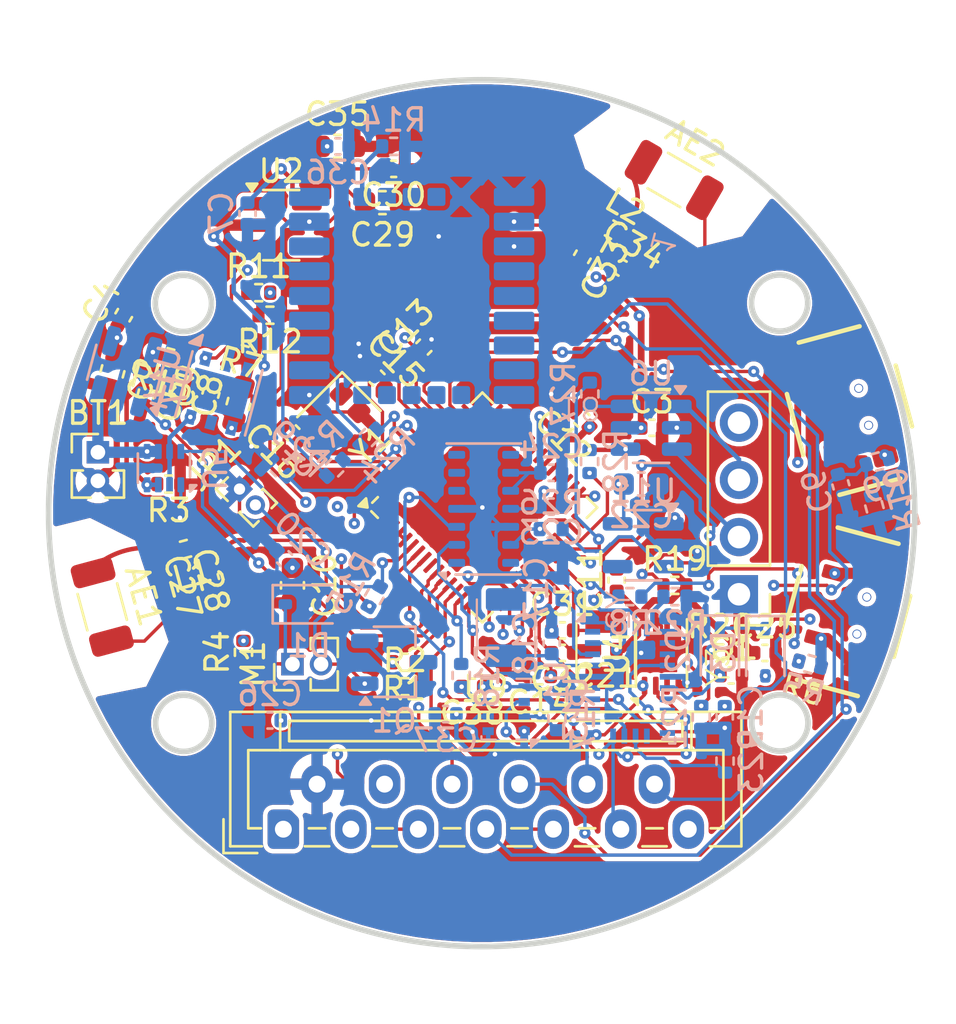
<source format=kicad_pcb>
(kicad_pcb (version 20241229) (generator "pcbnew") (generator_version "9.0")
  (layers (0 "F.Cu" signal) (4 "In1.Cu" signal) (6 "In2.Cu" signal) (2 "B.Cu" signal) (13 "F.Paste" user) (15 "B.Paste" user) (5 "F.SilkS" user "F.Silkscreen") (7 "B.SilkS" user "B.Silkscreen") (1 "F.Mask" user) (3 "B.Mask" user) (25 "Edge.Cuts" user))
  (net 0 "")
  (net 1 "GND")
  (net 2 "Net-(AE1-A)")
  (net 3 "Net-(AE2-A)")
  (net 4 "VBAT")
  (net 5 "/BT_1")
  (net 6 "+5V")
  (net 7 "/BT_2")
  (net 8 "/BATV")
  (net 9 "+3.3V")
  (net 10 "/XTALN")
  (net 11 "/XTALP")
  (net 12 "Net-(U1-XIN32)")
  (net 13 "Net-(U1-XOUT32)")
  (net 14 "Net-(U1-CAP)")
  (net 15 "+1.8V")
  (net 16 "Net-(U12-LNA_IN)")
  (net 17 "+3.3VGPS")
  (net 18 "/CLKN")
  (net 19 "/CLKP")
  (net 20 "Net-(U10-RF_IN)")
  (net 21 "Net-(D1-A)")
  (net 22 "Net-(D1-K)")
  (net 23 "/EN")
  (net 24 "Net-(D3-A)")
  (net 25 "Net-(J1-Pin_2)")
  (net 26 "Net-(J1-Pin_3)")
  (net 27 "/GPIO0")
  (net 28 "Net-(Q1-G)")
  (net 29 "/VIBE")
  (net 30 "Net-(R5-Pad2)")
  (net 31 "/LATCH")
  (net 32 "Net-(R9-Pad2)")
  (net 33 "/BAT_REF")
  (net 34 "Net-(U7-PROG)")
  (net 35 "Net-(U10-D_SEL)")
  (net 36 "/SCL")
  (net 37 "/SDA")
  (net 38 "Net-(U1-~{BOOT_LOAD_PIN})")
  (net 39 "Net-(U1-~{RESET})")
  (net 40 "Net-(U1-PS0)")
  (net 41 "Net-(U1-PS1)")
  (net 42 "Net-(U1-COM3)")
  (net 43 "/RX")
  (net 44 "Net-(U10-TXD)")
  (net 45 "Net-(U10-RXD)")
  (net 46 "/TX")
  (net 47 "/~{INT}_MAX")
  (net 48 "Net-(U12-GPIO19{slash}USB_D-)")
  (net 49 "/USB-")
  (net 50 "/USB+")
  (net 51 "Net-(U12-GPIO20{slash}USB_D+)")
  (net 52 "/GPIO46")
  (net 56 "/INT_BNO")
  (net 65 "/GPSEN")
  (net 74 "/CHRG_ST")
  (net 75 "/CHRG_ST2")
  (net 77 "/CS")
  (net 78 "/MISO")
  (net 79 "/LCD_DC")
  (net 80 "/TP_INT")
  (net 81 "/LCD_RST")
  (net 82 "/LCD_BK")
  (net 83 "/MOSI")
  (net 84 "/SCLK")
  (footprint "Capacitor_SMD:C_0402_1005Metric" (layer "F.Cu") (at 145.578848 81.876217 -30)
    (property "Reference" "C34")
    (property "Value" "DNP")
  )
  (footprint "Connector_JST:JST_ZE_B13B-ZESK-D_1x13_P1.50mm_Vertical" (layer "F.Cu") (at 130.594634 106.829186)
    (property "Reference" "U9")
    (property "Value" "GC9A01_IPS_Display_w/_Touch")
  )
  (footprint "Resistor_SMD:R_0402_1005Metric" (layer "F.Cu") (at 150 99)
    (property "Reference" "R20")
    (property "Value" "10k")
  )
  (footprint "Capacitor_SMD:C_0402_1005Metric" (layer "F.Cu") (at 144.921836 98.859122 180)
    (property "Reference" "C21")
    (property "Value" "100n")
  )
  (footprint "Resistor_SMD:R_0402_1005Metric" (layer "F.Cu") (at 129 85 165)
    (property "Reference" "R7")
    (property "Value" "1M")
  )
  (footprint "Capacitor_SMD:C_0402_1005Metric" (layer "F.Cu") (at 124.5 87.5 -105)
    (property "Reference" "C5")
    (property "Value" "100n")
  )
  (footprint "Resistor_SMD:R_0402_1005Metric" (layer "F.Cu") (at 135.964924 99.412974 180)
    (property "Reference" "R1")
    (property "Value" "10")
  )
  (footprint "Usermade:EPSON Q13FC13500004" (layer "F.Cu") (at 143.921836 100.109122 90)
    (property "Reference" "Y3")
    (property "Value" "32.768KHz")
  )
  (footprint "Usermade:JXTCONN TS-1010-S26" (layer "F.Cu") (at 155.104529 95.464982 -105)
    (property "Reference" "SW1" (hide yes))
    (property "Value" "SW_Push" (hide yes))
  )
  (footprint "Capacitor_SMD:C_0402_1005Metric" (layer "F.Cu") (at 152 99)
    (property "Reference" "C25")
    (property "Value" "100n")
  )
  (footprint "Capacitor_SMD:C_0402_1005Metric" (layer "F.Cu") (at 139 100.5 180)
    (property "Reference" "C38")
    (property "Value" "100n")
  )
  (footprint "Capacitor_SMD:C_0402_1005Metric" (layer "F.Cu") (at 146.98 89)
    (property "Reference" "C3")
    (property "Value" "100n")
  )
  (footprint "Capacitor_SMD:C_0603_1608Metric" (layer "F.Cu") (at 131 96 -90)
    (property "Reference" "C10")
    (property "Value" "10u")
  )
  (footprint "Resistor_SMD:R_0402_1005Metric" (layer "F.Cu") (at 129.5 83)
    (property "Reference" "R11")
    (property "Value" "1M")
  )
  (footprint "Capacitor_SMD:C_0402_1005Metric" (layer "F.Cu") (at 136.841798 85.414375 45)
    (property "Reference" "C13")
    (property "Value" "100n")
  )
  (footprint "Package_TO_SOT_SMD:SOT-23-5" (layer "F.Cu") (at 130.5 80)
    (property "Reference" "U2")
    (property "Value" "MIC5504-3.3YM5")
  )
  (footprint "Capacitor_SMD:C_0402_1005Metric" (layer "F.Cu") (at 127.375767 87.463644 75)
    (property "Reference" "C9")
    (property "Value" "100n")
  )
  (footprint "Resistor_SMD:R_0402_1005Metric" (layer "F.Cu") (at 154 99.5 165)
    (property "Reference" "R6")
    (property "Value" "10k")
  )
  (footprint "Capacitor_SMD:C_0402_1005Metric" (layer "F.Cu") (at 143 98)
    (property "Reference" "C31")
    (property "Value" "22p")
  )
  (footprint "Capacitor_SMD:C_0402_1005Metric" (layer "F.Cu") (at 135.5 77.5 180)
    (property "Reference" "C30")
    (property "Value" "100n")
  )
  (footprint "Capacitor_SMD:C_0402_1005Metric" (layer "F.Cu") (at 143.886325 81.404408 -120)
    (property "Reference" "C33")
    (property "Value" "DNP")
  )
  (footprint "Capacitor_SMD:C_0402_1005Metric" (layer "F.Cu") (at 145.409035 95.767171 90)
    (property "Reference" "C11")
    (property "Value" "100n")
  )
  (footprint "Resistor_SMD:R_0402_1005Metric" (layer "F.Cu") (at 148 96)
    (property "Reference" "R19")
    (property "Value" "10k")
  )
  (footprint "Resistor_SMD:R_0402_1005Metric" (layer "F.Cu") (at 130 84 180)
    (property "Reference" "R12")
    (property "Value" "250K")
  )
  (footprint "Resistor_SMD:R_0402_1005Metric" (layer "F.Cu") (at 145.212904 80.202523 -30)
    (property "Reference" "L2")
    (property "Value" "0")
  )
  (footprint "Inductor_SMD:L_1206_3216Metric" (layer "F.Cu") (at 122.545147 96.955065 -75)
    (property "Reference" "AE1")
    (property "Value" "Antenna_Shield")
  )
  (footprint "Resistor_SMD:R_0402_1005Metric" (layer "F.Cu") (at 125.5 91.5 180)
    (property "Reference" "R3")
    (property "Value" "10k")
  )
  (footprint "Crystal:Crystal_SMD_2016-4Pin_2.0x1.6mm" (layer "F.Cu") (at 133.066954 88.385752 -135)
    (property "Reference" "Y1")
    (property "Value" "40MHz")
  )
  (footprint "Package_DFN_QFN:DFN-8-1EP_3x2mm_P0.5mm_EP1.7x1.4mm" (layer "F.Cu") (at 147.400737 99.0065 90)
    (property "Reference" "U4")
    (property "Value" "MCP9808_DFN")
  )
  (footprint "Capacitor_SMD:C_0402_1005Metric" (layer "F.Cu") (at 150.5 100)
    (property "Reference" "C1")
    (property "Value" "1u")
  )
  (footprint "Usermade:JXTCONN TS-1010-S26" (layer "F.Cu") (at 154.408099 87.045833 -75)
    (property "Reference" "SW2" (hide yes))
    (property "Value" "JXTCONN TS-1010-S26" (hide yes))
  )
  (footprint "Connector_PinHeader_2.54mm:PinHeader_1x04_P2.54mm_Vertical" (layer "F.Cu") (at 150.846568 96.395229 180)
    (property "Reference" "J1")
    (property "Value" "5358")
  )
  (footprint "Resistor_SMD:R_0402_1005Metric" (layer "F.Cu") (at 125.5 85.868001 165)
    (property "Reference" "R13")
    (property "Value" "2K")
  )
  (footprint "Capacitor_SMD:C_0402_1005Metric" (layer "F.Cu") (at 130.975105 89.224235 135)
    (property "Reference" "C16")
    (property "Value" "10p")
  )
  (footprint "Capacitor_SMD:C_0402_1005Metric" (layer "F.Cu") (at 134.759665 86.794622 -45)
    (property "Reference" "C15")
    (property "Value" "10p")
  )
  (footprint "Capacitor_SMD:C_0402_1005Metric" (layer "F.Cu") (at 142.002387 100.035053 180)
    (property "Reference" "C14")
    (property "Value" "100n")
  )
  (footprint "Resistor_SMD:R_0402_1005Metric" (layer "F.Cu") (at 126.247304 94.388421 -165)
    (property "Reference" "L1")
    (property "Value" "0")
  )
  (footprint "Resistor_SMD:R_0402_1005Metric" (layer "F.Cu") (at 136 100.5)
    (property "Reference" "R2")
    (property "Value" "10k")
  )
  (footprint "Connector_PinHeader_1.00mm:PinHeader_1x02_P1.00mm_Vertical" (layer "F.Cu") (at 128.645903 91.721882 45)
    (property "Reference" "JP1")
    (property "Value" "BOOT SEL")
  )
  (footprint "Capacitor_SMD:C_0603_1608Metric" (layer "F.Cu") (at 133 76.5)
    (property "Reference" "C35")
    (property "Value" "10u")
  )
  (footprint "Capacitor_SMD:C_0402_1005Metric" (layer "F.Cu") (at 143.864376 88.615458 135)
    (property "Reference" "C12")
    (property "Value" "100n")
  )
  (footprint "Resistor_SMD:R_0402_1005Metric" (layer "F.Cu") (at 128.822191 98.974078 90)
    (property "Reference" "R4")
    (property "Value" "0")
  )
  (footprint "Capacitor_SMD:C_0402_1005Metric" (layer "F.Cu") (at 123.5 84 60)
    (property "Reference" "C4")
    (property "Value" "100n")
  )
  (footprint "Capacitor_SMD:C_0603_1608Metric" (layer "F.Cu") (at 128.602288 87.945557 75)
    (property "Reference" "C8")
    (property "Value" "10u")
  )
  (footprint "Capacitor_SMD:C_0603_1608Metric" (layer "F.Cu") (at 135 79 180)
    (property "Reference" "C29")
    (property "Value" "10u")
  )
  (footprint "Connector_PinHeader_1.27mm:PinHeader_1x02_P1.27mm_Vertical" (layer "F.Cu") (at 122.351704 90.087659)
    (property "Reference" "BT1")
    (property "Value" "1S1P LiPo")
  )
  (footprint "Capacitor_SMD:C_0402_1005Metric" (layer "F.Cu") (at 143 99 180)
    (property "Reference" "C32")
    (property "Value" "22p")
  )
  (footprint "Inductor_SMD:L_1206_3216Metric" (layer "F.Cu") (at 147.966335 77.994489 -30)
    (property "Reference" "AE2")
    (property "Value" "W3011")
  )
  (footprint "Capacitor_SMD:C_0402_1005Metric" (layer "F.Cu") (at 126.238714 96.065475 -75)
    (property "Reference" "C28")
    (property "Value" "DNP")
  )
  (footprint "Capacitor_SMD:C_0402_1005Metric" (layer "F.Cu") (at 127.358601 95.698832 -75)
    (property "Reference" "C27")
    (property "Value" "DNP")
  )
  (footprint "Capacitor_SMD:C_0603_1608Metric" (layer "F.Cu") (at 123 86.494862 -105)
    (property "Reference" "C2")
    (property "Value" "10u")
  )
  (footprint "Package_DFN_QFN:QFN-56-1EP_7x7mm_P0.4mm_EP4x4mm" (layer "F.Cu") (at 139.440452 92.540452 45)
    (property "Reference" "U12" (hide yes))
    (property "Value" "ESP32-S3")
  )
  (footprint "Connector_PinHeader_1.27mm:PinHeader_1x02_P1.27mm_Vertical" (layer "F.Cu") (at 131 99.5 90)
    (property "Reference" "M1")
    (property "Value" "LCM1027B3605F")
  )
  (footprint "Resistor_SMD:R_0402_1005Metric" (layer "B.Cu") (at 130.415493 90.770552 135)
    (property "Reference" "R29")
    (property "Value" "10k")
  )
  (footprint "Resistor_SMD:R_0402_1005Metric" (layer "B.Cu") (at 156.868001 92.50738 105)
    (property "Reference" "R10")
    (property "Value" "10k")
  )
  (footprint "Capacitor_SMD:C_0402_1005Metric" (layer "B.Cu") (at 133.02 76.5)
    (property "Reference" "C36")
    (property "Value" "100n")
  )
  (footprint "Diode_SMD:D_SOD-323" (layer "B.Cu") (at 150 98.95 -90)
    (property "Reference" "D2")
    (property "Value" "D_Small")
  )
  (footprint "Resistor_SMD:R_0402_1005Metric" (layer "B.Cu") (at 142.5 93.5 180)
    (property "Reference" "R26")
    (property "Value" "10k")
  )
  (footprint "Resistor_SMD:R_0402_1005Metric" (layer "B.Cu") (at 144.218396 87.49848 -90)
    (property "Reference" "R27")
    (property "Value" "22")
  )
  (footprint "Capacitor_SMD:C_0402_1005Metric" (layer "B.Cu") (at 129 79.48 -90)
    (property "Reference" "C7")
    (property "Value" "10u")
  )
  (footprint "Package_LGA:LGA-28_5.2x3.8mm_P0.5mm" (layer "B.Cu") (at 146.001578 100.310045 -90)
    (property "Reference" "U1")
    (property "Value" "BNO055")
  )
  (footprint "Resistor_SMD:R_0402_1005Metric" (layer "B.Cu") (at 150.228058 103.806199 90)
    (property "Reference" "R23")
    (property "Value" "10k")
  )
  (footprint "Resistor_SMD:R_0402_1005Metric" (layer "B.Cu") (at 134.635341 96.5 -120)
    (property "Reference" "R15")
    (property "Value" "10k")
  )
  (footprint "Capacitor_SMD:C_0402_1005Metric" (layer "B.Cu") (at 142.52173 98.565537 -90)
    (property "Reference" "C18")
    (property "Value" "22p")
  )
  (footprint "Resistor_SMD:R_0402_1005Metric" (layer "B.Cu") (at 148 96.5)
    (property "Reference" "R22")
    (property "Value" "10k")
  )
  (footprint "Capacitor_SMD:C_0402_1005Metric" (layer "B.Cu") (at 143 96.171619 -90)
    (property "Reference" "C17")
    (property "Value" "22p")
  )
  (footprint "Capacitor_SMD:C_0603_1608Metric" (layer "B.Cu") (at 146.5 91.5)
    (property "Reference" "C22")
    (property "Value" "10u")
  )
  (footprint "Capacitor_SMD:C_0402_1005Metric" (layer "B.Cu") (at 155.375767 91.536356 -75)
    (property "Reference" "C6")
    (property "Value" "1u")
  )
  (footprint "Capacitor_SMD:C_0402_1005Metric" (layer "B.Cu") (at 130.648198 94.813193 135)
    (property "Reference" "C20")
    (property "Value" "100n")
  )
  (footprint "OptoDevice:Maxim_OLGA-14_3.3x5.6mm_P0.8mm" (layer "B.Cu") (at 139.5 92.6)
    (property "Reference" "U3" (hide yes))
    (property "Value" "MAX30102")
  )
  (footprint "Resistor_SMD:R_0402_1005Metric" (layer "B.Cu") (at 149.170073 101.86037 -90)
    (property "Reference" "R21")
    (property "Value" "10k")
  )
  (footprint "Capacitor_SMD:C_0402_1005Metric" (layer "B.Cu") (at 142.5 92.5)
    (property "Reference" "C23")
    (property "Value" "100n")
  )
  (footprint "Capacitor_SMD:C_0402_1005Metric" (layer "B.Cu") (at 130 102 180)
    (property "Reference" "C26")
    (property "Value" "100n")
  )
  (footprint "Package_TO_SOT_SMD:SOT-23-5" (layer "B.Cu") (at 123.583137 86.494862 75)
    (property "Reference" "U7")
    (property "Value" "BRCL4054DME")
  )
  (footprint "Package_LGA:Bosch_LGA-8_2x2.5mm_P0.65mm_ClockwisePinNumbering" (layer "B.Cu") (at 140.5 101.5 90)
    (property "Reference" "U13")
    (property "Value" "BMP280")
  )
  (footprint "Resistor_SMD:R_0402_1005Metric" (layer "B.Cu") (at 135.5 76.5 180)
    (property "Reference" "R14")
    (property "Value" "10k")
  )
  (footprint "Resistor_SMD:R_0402_1005Metric" (layer "B.Cu") (at 142.754818 101.922131 90)
    (property "Reference" "R17")
    (property "Value" "4.7k")
  )
  (footprint "Usermade:EPSON Q13FC13500004" (layer "B.Cu") (at 139.495789 96.624005 -90)
    (property "Reference" "Y2")
    (property "Value" "32.768KHz")
  )
  (footprint "Usermade:quectel lc76g" (layer "B.Cu") (at 137.749483 85.046606)
    (property "Reference" "U10" (hide yes))
    (property "Value" "Quectel LC76G" (hide yes))
  )
  (footprint "Capacitor_SMD:C_0402_1005Metric" (layer "B.Cu") (at 137.807741 101.716378)
    (property "Reference" "C37")
    (property "Value" "100n")
  )
  (footprint "Resistor_SMD:R_0402_1005Metric" (layer "B.Cu") (at 144.206518 90.5 90)
    (property "Reference" "R28")
    (property "Value" "22")
  )
  (footprint "Resistor_SMD:R_0402_1005Metric" (layer "B.Cu") (at 138.5 100 90)
    (property "Reference" "R18")
    (property "Value" "4.7k")
  )
  (footprint "Capacitor_SMD:C_0402_1005Metric" (layer "B.Cu") (at 150.214567 101.848393 90)
    (property "Reference" "C19")
    (property "Value" "100n")
  )
  (footprint "Resistor_SMD:R_0402_1005Metric" (layer "B.Cu") (at 154 99.5 -15)
    (property "Reference" "R5")
    (property "Value" "1k")
  )
  (footprint "Resistor_SMD:R_0402_1005Metric" (layer "B.Cu") (at 134.376426 89.433492 45)
    (property "Reference" "R24")
    (property "Value" "0")
  )
  (footprint "Package_TO_SOT_SMD:SOT-23-6" (layer "B.Cu") (at 146.944425 89 180)
    (property "Reference" "U6")
    (property "Value" "USBLC6-2SC6")
  )
  (footprint "Package_TO_SOT_SMD:TSOT-23" (layer "B.Cu") (at 135.523554 99.415287)
    (property "Reference" "Q1")
    (property "Value" "AO3400A")
  )
  (footprint "Package_DFN_QFN:DFN-6-1EP_3x3mm_P0.95mm_EP1.7x2.6mm" (layer "B.Cu") (at 127.724508 87.472954 -105)
    (property "Reference" "U14")
    (property "Value" "LD39100PU33R")
  )
  (footprint "Diode_SMD:D_SOD-323" (layer "B.Cu") (at 131.732296 96.839179)
    (property "Reference" "D1")
    (property "Value" "D_Small")
  )
  (footprint "Capacitor_SMD:C_0402_1005Metric" (layer "B.Cu") (at 142.5 91 180)
    (property "Reference" "C24")
    (property "Value" "100n")
  )
  (footprint "Resistor_SMD:R_0402_1005Metric" (layer "B.Cu") (at 157 90.5 15)
    (property "Reference" "R9")
    (property "Value" "1k")
  )
  (footprint "Diode_SMD:D_SOD-323" (layer "B.Cu") (at 152.020101 98.969847 -90)
    (property "Reference" "D3")
    (property "Value" "D_Small")
  )
  (footprint "Resistor_SMD:R_0402_1005Metric" (layer "B.Cu") (at 132.875226 90.778884 -135)
    (property "Reference" "R25")
    (property "Value" "0")
  )
  (footprint "Package_TO_SOT_SMD:SOT-23-5" (layer "B.Cu") (at 146.592594 94.21781 180)
    (property "Reference" "U11")
    (property "Value" "MIC5504-1.8YM5")
  )
  (footprint "Package_TO_SOT_SMD:SOT-583-8" (layer "B.Cu") (at 125.287369 90.792079 90)
    (property "Reference" "U5")
    (property "Value" "TPS2116DRL")
  )
  (footprint "Resistor_SMD:R_0402_1005Metric" (layer "B.Cu") (at 146 96.5)
    (property "Reference" "R8")
    (property "Value" "1k")
  )
  (gr_line (start 145.679961 80.499344) (end 145.160523 81.638614) (stroke (width 0.2)) (layer "F.Cu") (net 3))
  (gr_arc (start 134.483287 93.817205) (mid 134.221713 93.966652) (end 133.929114 94.038352) (stroke (width 0.2)) (layer "F.Cu") (net 16))
  (gr_arc (start 133.929114 94.038352) (mid 133.675075 94.033148) (end 133.42515 93.987317) (stroke (width 0.2)) (layer "F.Cu") (net 16))
  (gr_arc (start 146.068491 77.766934) (mid 146.324715 79.083977) (end 145.716147 80.279761) (stroke (width 0.2)) (layer "F.Cu") (net 3))
  (gr_arc (start 125.85203 94.479917) (mid 126.200943 95) (end 126 95.593167) (stroke (width 0.2)) (layer "F.Cu") (net 2))
  (gr_arc (start 122.000309 95.365732) (mid 123.789434 94.402402) (end 125.813374 94.583071) (stroke (width 0.2)) (layer "F.Cu") (net 2))
  (gr_arc (start 127.97889 94.517069) (mid 128.308349 94.08771) (end 128.844914 94.017069) (stroke (width 0.2)) (layer "F.Cu") (net 16))
  (gr_arc (start 126.84432 94.363506) (mid 127.17378 94.792866) (end 127.10314 95.329432) (stroke (width 0.2)) (layer "F.Cu") (net 16))
  (gr_circle (center 139.408903 92.793384) (end 147.20788 75.193995) (stroke (width 0.25)) (fill no) (layer "Edge.Cuts"))
  (gr_circle (center 152.652964 83.459952) (end 151.510148 82.953523) (stroke (width 0.25)) (fill no) (layer "Edge.Cuts"))
  (gr_circle (center 152.664837 102.109948) (end 151.52202 101.603522) (stroke (width 0.25)) (fill no) (layer "Edge.Cuts"))
  (gr_circle (center 126.152972 83.476819) (end 125.010154 82.970392) (stroke (width 0.25)) (fill no) (layer "Edge.Cuts"))
  (gr_circle (center 126.164846 102.126816) (end 125.022027 101.620388) (stroke (width 0.25)) (fill no) (layer "Edge.Cuts"))
  (segment (start 126.01 92.99) (end 126.01 91.500001) (width 0.15) (layer "F.Cu") (net 1))
  (segment (start 127.116191 96.529119) (end 127.482834 96.162476) (width 0.15) (layer "F.Cu") (net 1))
  (segment (start 147.400737 99.0065) (end 148.150737 98.2565) (width 0.15) (layer "F.Cu") (net 1))
  (segment (start 149.330325 78.781989) (end 149.330325 81.330325) (width 0.15) (layer "F.Cu") (net 1))
  (segment (start 154.492622 99.631999) (end 154.130516 99.994105) (width 0.15) (layer "F.Cu") (net 1))
  (segment (start 152.994105 99.994105) (end 152.48 99.48) (width 0.15) (layer "F.Cu") (net 1))
  (segment (start 134 85.327481) (end 133.94289 85.270371) (width 0.15) (layer "F.Cu") (net 1))
  (segment (start 129 93.5) (end 128.645903 93.145903) (width 0.15) (layer "F.Cu") (net 1))
  (segment (start 132.183069 87.535808) (end 132.183069 88.491818) (width 0.15) (layer "F.Cu") (net 1))
  (segment (start 128.802873 87.196964) (end 129.204864 87.598955) (width 0.15) (layer "F.Cu") (net 1))
  (segment (start 148.557882 100.315418) (end 148.291819 100.315418) (width 0.15) (layer "F.Cu") (net 1))
  (segment (start 132.120653 92.522306) (end 131.142959 93.5) (width 0.15) (layer "F.Cu") (net 1))
  (segment (start 134.611037 85.817264) (end 134 85.817264) (width 0.15) (layer "F.Cu") (net 1))
  (segment (start 126.362947 96.529119) (end 127.116191 96.529119) (width 0.15) (layer "F.Cu") (net 1))
  (segment (start 145.474516 95.287171) (end 147.222952 93.538735) (width 0.15) (layer "F.Cu") (net 1))
  (segment (start 129.204864 87.598955) (end 129.204864 89.795136) (width 0.15) (layer "F.Cu") (net 1))
  (segment (start 132.183069 88.491818) (end 132.374905 88.299982) (width 0.15) (layer "F.Cu") (net 1))
  (segment (start 131 96.775001) (end 128.095359 96.775001) (width 0.15) (layer "F.Cu") (net 1))
  (segment (start 133.930543 88.299982) (end 133.950839 88.279686) (width 0.15) (layer "F.Cu") (net 1))
  (segment (start 147.400737 97.8065) (end 147.150738 97.556501) (width 0.15) (layer "F.Cu") (net 1))
  (segment (start 131.790063 88.884824) (end 132.183069 88.491818) (width 0.15) (layer "F.Cu") (net 1))
  (segment (start 131.279357 97.054358) (end 131 96.775001) (width 0.15) (layer "F.Cu") (net 1))
  (segment (start 147.150738 97.556501) (end 147.650736 97.556501) (width 0.15) (layer "F.Cu") (net 1))
  (segment (start 132.374905 88.299982) (end 133.930543 88.299982) (width 0.15) (layer "F.Cu") (net 1))
  (segment (start 133.901613 85.817264) (end 132.183069 87.535808) (width 0.15) (layer "F.Cu") (net 1))
  (segment (start 122.952787 98.476398) (end 124.415668 98.476398) (width 0.15) (layer "F.Cu") (net 1))
  (segment (start 132.183069 87.535808) (end 131.760281 87.535808) (width 0.15) (layer "F.Cu") (net 1))
  (segment (start 145.409035 95.287171) (end 145.474516 95.287171) (width 0.15) (layer "F.Cu") (net 1))
  (segment (start 129.492622 85.131999) (end 128.802873 85.821748) (width 0.15) (layer "F.Cu") (net 1))
  (segment (start 129.204864 89.795136) (end 129.174265 89.825735) (width 0.15) (layer "F.Cu") (net 1))
  (segment (start 130.635694 88.884824) (end 131.790063 88.884824) (width 0.15) (layer "F.Cu") (net 1))
  (segment (start 134 85.817264) (end 133.901613 85.817264) (width 0.15) (layer "F.Cu") (net 1))
  (segment (start 135.099076 86.305303) (end 134.611037 85.817264) (width 0.15) (layer "F.Cu") (net 1))
  (segment (start 135.099076 87.134033) (end 135.099076 86.305303) (width 0.15) (layer "F.Cu") (net 1))
  (segment (start 148.150737 98.2565) (end 148.150737 97.5565) (width 0.15) (layer "F.Cu") (net 1))
  (segment (start 147.650736 97.556501) (end 147.650738 97.556499) (width 0.15) (layer "F.Cu") (net 1))
  (segment (start 154.130516 99.994105) (end 152.994105 99.994105) (width 0.15) (layer "F.Cu") (net 1))
  (segment (start 130.635694 90.135694) (end 132.120653 91.620653) (width 0.15) (layer "F.Cu") (net 1))
  (segment (start 142.52 98.04) (end 143.48 99) (width 0.15) (layer "F.Cu") (net 1))
  (segment (start 126 93) (end 126.01 92.99) (width 0.15) (layer "F.Cu") (net 1))
  (segment (start 147.400737 99.0065) (end 147.400737 97.8065) (width 0.15) (layer "F.Cu") (net 1))
  (segment (start 128.802873 85.821748) (end 128.802873 87.196964) (width 0.15) (layer "F.Cu") (net 1))
  (segment (start 131.760281 87.535808) (end 131.749481 87.546608) (width 0.15) (layer "F.Cu") (net 1))
  (segment (start 142.52 98) (end 142.52 98.04) (width 0.15) (layer "F.Cu") (net 1))
  (segment (start 134 85.817264) (end 134 85.327481) (width 0.15) (layer "F.Cu") (net 1))
  (segment (start 148.291819 100.315418) (end 148.150737 100.4565) (width 0.15) (layer "F.Cu") (net 1))
  (segment (start 144.441836 98.859122) (end 143.620878 98.859122) (width 0.2) (layer "F.Cu") (net 1))
  (segment (start 131.824654 97.054358) (end 131.279357 97.054358) (width 0.15) (layer "F.Cu") (net 1))
  (segment (start 128.095359 96.775001) (end 127.482834 96.162476) (width 0.15) (layer "F.Cu") (net 1))
  (segment (start 130.635694 88.884824) (end 130.635694 90.135694) (width 0.15) (layer "F.Cu") (net 1))
  (segment (start 132.120653 91.620653) (end 132.120653 92.522306) (width 0.15) (layer "F.Cu") (net 1))
  (segment (start 152.48 99.48) (end 152.48 99) (width 0.15) (layer "F.Cu") (net 1))
  (segment (start 131.142959 93.5) (end 129 93.5) (width 0.15) (layer "F.Cu") (net 1))
  (segment (start 128.645903 93.145903) (end 128.645903 91.721882) (width 0.15) (layer "F.Cu") (net 1))
  (segment (start 149.330325 81.330325) (end 149.5 81.5) (width 0.15) (layer "F.Cu") (net 1))
  (segment (start 147.222952 89.237048) (end 147.46 89) (width 0.15) (layer "F.Cu") (net 1))
  (segment (start 147.222952 93.538735) (end 147.222952 89.237048) (width 0.15) (layer "F.Cu") (net 1))
  (segment (start 124.415668 98.476398) (end 126.362947 96.529119) (width 0.15) (layer "F.Cu") (net 1))
  (segment (start 139 102.5) (end 140 103.5) (width 0.2) (layer "F.Cu") (net 1))
  (segment (start 143.620878 98.859122) (end 143.48 99) (width 0.2) (layer "F.Cu") (net 1))
  (via (at 142.52 98) (size 0.5) (drill 0.2) (layers "F.Cu" "B.Cu") (net 1))
  (via (at 139.48 100.5) (size 0.5) (drill 0.2) (layers "F.Cu" "B.Cu") (net 1))
  (via (at 134 85.817264) (size 0.5) (drill 0.2) (layers "F.Cu" "B.Cu") (net 1))
  (via (at 150.214567 102.328393) (size 0.5) (drill 0.2) (layers "F.Cu" "B.Cu") (net 1))
  (via (at 137.5 80.5) (size 0.5) (drill 0.2) (layers "F.Cu" "B.Cu") (net 1))
  (via (at 139.440452 92.540452) (size 0.5) (drill 0.2) (layers "F.Cu" "B.Cu") (net 1))
  (via (at 146.5 99) (size 0.5) (drill 0.2) (layers "F.Cu" "B.Cu") (net 1))
  (via (at 129.174265 89.825735) (size 0.5) (drill 0.2) (layers "F.Cu" "B.Cu") (net 1))
  (via (at 134.5 102) (size 0.5) (drill 0.2) (layers "F.Cu" "B.Cu") (net 1))
  (via (at 142.5 87.5) (size 0.5) (drill 0.2) (layers "F.Cu" "B.Cu") (net 1))
  (via (at 137.181209 85.074964) (size 0.5) (drill 0.2) (layers "F.Cu" "B.Cu") (net 1))
  (via (at 148.557882 100.315418) (size 0.5) (drill 0.2) (layers "F.Cu" "B.Cu") (net 1))
  (via (at 126 93) (size 0.5) (drill 0.2) (layers "F.Cu" "B.Cu") (net 1))
  (via (at 131.749481 87.546608) (size 0.5) (drill 0.2) (layers "F.Cu" "B.Cu") (net 1))
  (via (at 140.849483 80.946606) (size 0.5) (drill 0.2) (layers "F.Cu" "B.Cu") (net 1))
  (via (at 148.081925 89) (size 0.5) (drill 0.2) (layers "F.Cu" "B.Cu") (net 1))
  (via (at 149 94.475) (size 0.5) (drill 0.2) (layers "F.Cu" "B.Cu") (net 1))
  (via (at 139 102.5) (size 0.5) (drill 0.2) (layers "F.Cu" "B.Cu") (net 1))
  (via (at 133.94289 85.270371) (size 0.5) (drill 0.2) (layers "F.Cu" "B.Cu") (net 1))
  (via (at 140 103.5) (size 0.5) (drill 0.2) (layers "F.Cu" "B.Cu") (net 1))
  (via (at 141.300001 102.475001) (size 0.5) (drill 0.2) (layers "F.Cu" "B.Cu") (net 1))
  (via (at 131.824654 97.054358) (size 0.5) (drill 0.2) (layers "F.Cu" "B.Cu") (net 1))
  (via (at 141.65862 99.913307) (size 0.5) (drill 0.2) (layers "F.Cu" "B.Cu") (net 1))
  (segment (start 149.170072 102.37037) (end 150.17259 102.37037) (width 0.15) (layer "B.Cu") (net 1))
  (segment (start 139.824 103.676) (end 140 103.5) (width 0.15) (layer "B.Cu") (net 1))
  (segment (start 137.327741 102.430196) (end 138.573545 103.676) (width 0.15) (layer "B.Cu") (net 1))
  (segment (start 136.833554 99.415287) (end 134.5 101.748841) (width 0.15) (layer "B.Cu") (net 1))
  (segment (start 147.664077 100.060043) (end 148.302507 100.060043) (width 0.15) (layer "B.Cu") (net 1))
  (segment (start 140.3 93.4) (end 140.7 93.4) (width 0.15) (layer "B.Cu") (net 1))
  (segment (start 130.308787 94.473782) (end 130.308787 95.538491) (width 0.15) (layer "B.Cu") (net 1))
  (segment (start 148.74281 94.21781) (end 149 94.475) (width 0.2) (layer "B.Cu") (net 1))
  (segment (start 145.251577 97.922543) (end 144.952576 97.922543) (width 0.15) (layer "B.Cu") (net 1))
  (segment (start 147.730094 94.21781) (end 148.74281 94.21781) (width 0.2) (layer "B.Cu") (net 1))
  (segment (start 144.571562 97.657045) (end 143.873143 96.958626) (width 0.15) (layer "B.Cu") (net 1))
  (segment (start 140.049 95.240492) (end 140.049 93.651) (width 0.15) (layer "B.Cu") (net 1))
  (segment (start 144.952576 97.922543) (end 144.952576 97.657045) (width 0.15) (layer "B.Cu") (net 1))
  (segment (start 139.250001 101.825) (end 139 102.075001) (width 0.2) (layer "B.Cu") (net 1))
  (segment (start 150.228059 102.341885) (end 150.214567 102.328393) (width 0.15) (layer "B.Cu") (net 1))
  (segment (start 130.054869 90.409927) (end 129.758457 90.409927) (width 0.15) (layer "B.Cu") (net 1))
  (segment (start 126.037363 92.962637) (end 126 93) (width 0.15) (layer "B.Cu") (net 1))
  (segment (start 129.758457 90.409927) (end 129.174265 89.825735) (width 0.15) (layer "B.Cu") (net 1))
  (segment (start 144.966736 101.466736) (end 144.966736 100.533264) (width 0.15) (layer "B.Cu") (net 1))
  (segment (start 126.037363 91.53208) (end 126.037363 92.962637) (width 0.15) (layer "B.Cu") (net 1))
  (segment (start 130.308787 95.538491) (end 131.824654 97.054358) (width 0.15) (layer "B.Cu") (net 1))
  (segment (start 139.48 100.5) (end 140.066693 99.913307) (width 0.15) (layer "B.Cu") (net 1))
  (segment (start 143.873143 96.564762) (end 143 95.691619) (width 0.15) (layer "B.Cu") (net 1))
  (segment (start 143.873143 96.958626) (end 143.873143 96.564762) (width 0.15) (layer "B.Cu") (net 1))
  (segment (start 139.380904 92.6) (end 139.440452 92.540452) (width 0.15) (layer "B.Cu") (net 1))
  (segment (start 145.439957 100.060043) (end 146.5 99) (width 0.15) (layer "B.Cu") (net 1))
  (segment (start 147.275001 91.5) (end 146.766594 92.008407) (width 0.2) (layer "B.Cu") (net 1))
  (segment (start 139.700001 101.825) (end 139.250001 101.825) (width 0.2) (layer "B.Cu") (net 1))
  (segment (start 142.98 91) (end 142.98 92.5) (width 0.15) (layer "B.Cu") (net 1))
  (segment (start 143.259381 95.451) (end 140.259508 95.451) (width 0.15) (layer "B.Cu") (net 1))
  (segment (start 138.573545 103.676) (end 139.824 103.676) (width 0.15) (layer "B.Cu") (net 1))
  (segment (start 134.5 101.748841) (end 134.5 102) (width 0.15) (layer "B.Cu") (net 1))
  (segment (start 148.302507 100.060043) (end 148.557882 100.315418) (width 0.15) (layer "B.Cu") (net 1))
  (segment (start 145.751579 102.251579) (end 144.966736 101.466736) (width 0.15) (layer "B.Cu") (net 1))
  (segment (start 139 102.075001) (end 139 102.5) (width 0.2) (layer "B.Cu") (net 1))
  (segment (start 144.952576 97.657045) (end 144.571562 97.657045) (width 0.15) (layer "B.Cu") (net 1))
  (segment (start 142.98 87.98) (end 142.5 87.5) (width 0.15) (layer "B.Cu") (net 1))
  (segment (start 137.327741 101.716378) (end 137.327741 102.430196) (width 0.15) (layer "B.Cu") (net 1))
  (segment (start 144.966736 100.533264) (end 145.439957 100.060043) (width 0.15) (layer "B.Cu") (net 1))
  (segment (start 140.049 93.651) (end 140.3 93.4) (width 0.15) (layer "B.Cu") (net 1))
  (segment (start 140.259508 95.451) (end 140.049 95.240492) (width 0.15) (layer "B.Cu") (net 1))
  (segment (start 138.3 92.6) (end 139.380904 92.6) (width 0.15) (layer "B.Cu") (net 1))
  (segment (start 150.228059 103.296199) (end 150.228059 102.341885) (width 0.15) (layer "B.Cu") (net 1))
  (segment (start 145.751579 102.697545) (end 145.751579 102.251579) (width 0.15) (layer "B.Cu") (net 1))
  (segment (start 147.21781 94.21781) (end 147.730094 94.21781) (width 0.2) (layer "B.Cu") (net 1))
  (segment (start 144.339074 100.060043) (end 145.439957 100.060043) (width 0.15) (layer "B.Cu") (net 1))
  (segment (start 150.17259 102.37037) (end 150.214567 102.328393) (width 0.15) (layer "B.Cu") (net 1))
  (segment (start 146.766594 93.766594) (end 147.21781 94.21781) (width 0.2) (layer "B.Cu") (net 1))
  (segment (start 140.066693 99.913307) (end 141.65862 99.913307) (width 0.15) (layer "B.Cu") (net 1))
  (segment (start 142.98 91) (end 142.98 87.98) (width 0.15) (layer "B.Cu") (net 1))
  (segment (start 140.3 93.4) (end 139.440452 92.540452) (width 0.15) (layer "B.Cu") (net 1))
  (segment (start 146.766594 92.008407) (end 146.766594 93.766594) (width 0.2) (layer "B.Cu") (net 1))
  (segment (start 156.988334 95.464982) (end 157.243435 95.209881) (width 0.5) (layer "F.Cu") (net 4))
  (segment (start 155.104529 95.464982) (end 156.988334 95.464982) (width 0.5) (layer "F.Cu") (net 4))
  (via (at 130.01 83.000001) (size 0.5) (drill 0.2) (layers "F.Cu" "B.Cu") (net 4))
  (via (at 155.104529 95.464982) (size 0.5) (drill 0.2) (layers "F.Cu" "B.Cu") (net 4))
  (via (at 124.537375 90.052078) (size 0.5) (drill 0.2) (layers "F.Cu" "B.Cu") (net 4))
  (segment (start 124.537375 90.052078) (end 124.936369 90.052078) (width 0.5) (layer "B.Cu") (net 4))
  (segment (start 122.351704 90.087659) (end 124.501794 90.087659) (width 0.5) (layer "B.Cu") (net 4))
  (segment (start 124.501794 90.087659) (end 124.537375 90.052078) (width 0.5) (layer "B.Cu") (net 4))
  (segment (start 122.351704 90.087659) (end 122.351704 87.367122) (width 0.5) (layer "B.Cu") (net 4))
  (segment (start 122.351704 87.367122) (end 122.371101 87.347725) (width 0.5) (layer "B.Cu") (net 4))
  (segment (start 144.245496 95) (end 143.981653 94.736157) (width 0.15) (layer "F.Cu") (net 5))
  (segment (start 143.981653 94.736157) (end 143.119668 94.736157) (width 0.15) (layer "F.Cu") (net 5))
  (segment (start 142.621017 94.272864) (end 142.587077 94.272864) (width 0.15) (layer "F.Cu") (net 5))
  (segment (start 143.119668 94.736157) (end 142.983353 94.599843) (width 0.15) (layer "F.Cu") (net 5))
  (segment (start 142.983353 94.599843) (end 142.947996 94.599843) (width 0.15) (layer "F.Cu") (net 5))
  (segment (start 142.947996 94.599843) (end 142.621017 94.272864) (width 0.15) (layer "F.Cu") (net 5))
  (via (at 153.507378 99.368001) (size 0.5) (drill 0.2) (layers "F.Cu" "B.Cu") (net 5))
  (via (at 144.245496 95) (size 0.5) (drill 0.2) (layers "F.Cu" "B.Cu") (net 5))
  (via (at 150 100) (size 0.5) (drill 0.2) (layers "F.Cu" "B.Cu") (net 5))
  (segment (start 146.414746 84.025) (end 146.5 84.110254) (width 0.3) (layer "F.Cu") (net 6))
  (segment (start 123.627576 90.622283) (end 124.537373 91.53208) (width 0.2) (layer "F.Cu") (net 6))
  (segment (start 146.414746 84.025) (end 146.414746 83.914746) (width 0.2) (layer "F.Cu") (net 6))
  (segment (start 123.200585 85) (end 123.200585 84.475107) (width 0.2) (layer "F.Cu") (net 6))
  (segment (start 144.800001 82.300001) (end 144.5 82.300001) (width 0.2) (layer "F.Cu") (net 6))
  (segment (start 124.537373 91.53208) (end 124.957919 91.53208) (width 0.2) (layer "F.Cu") (net 6))
  (segment (start 123.200585 85.746269) (end 123.627576 86.17326) (width 0.2) (layer "F.Cu") (net 6))
  (segment (start 123.200585 84.475107) (end 123.26 84.415692) (width 0.2) (layer "F.Cu") (net 6))
  (segment (start 124.303298 87.036356) (end 123.627576 87.712078) (width 0.2) (layer "F.Cu") (net 6))
  (segment (start 146.5 84.110254) (end 146.5 89) (width 0.3) (layer "F.Cu") (net 6))
  (segment (start 123.627576 87.712078) (end 123.627576 88) (width 0.2) (layer "F.Cu") (net 6))
  (segment (start 146.414746 83.914746) (end 144.800001 82.300001) (width 0.2) (layer "F.Cu") (net 6))
  (segment (start 123.627576 88) (end 123.627576 90.622283) (width 0.2) (layer "F.Cu") (net 6))
  (segment (start 123.200585 85.746269) (end 123.334146 85.746269) (width 0.2) (layer "F.Cu") (net 6))
  (segment (start 124.624233 87.036356) (end 124.303298 87.036356) (width 0.2) (layer "F.Cu") (net 6))
  (segment (start 124.957919 91.53208) (end 124.99 91.499999) (width 0.2) (layer "F.Cu") (net 6))
  (segment (start 123.200585 85.746269) (end 123.200585 85) (width 0.2) (layer "F.Cu") (net 6))
  (segment (start 123.627576 86.17326) (end 123.627576 88) (width 0.2) (layer "F.Cu") (net 6))
  (via (at 144.5 82.300001) (size 0.5) (drill 0.2) (layers "F.Cu" "B.Cu") (net 6))
  (via (at 146.5 89) (size 0.5) (drill 0.2) (layers "F.Cu" "B.Cu") (net 6))
  (via (at 124.537373 91.53208) (size 0.5) (drill 0.2) (layers "F.Cu" "B.Cu") (net 6))
  (via (at 146.414746 84.025) (size 0.5) (drill 0.2) (layers "F.Cu" "B.Cu") (net 6))
  (via (at 123.200585 85) (size 0.5) (drill 0.2) (layers "F.Cu" "B.Cu") (net 6))
  (segment (start 125.037367 91.53208) (end 125.037369 91.532082) (width 0.2) (layer "B.Cu") (net 6))
  (segment (start 124.537373 91.53208) (end 125.037367 91.53208) (width 0.2) (layer "B.Cu") (net 6))
  (segment (start 154.755044 96) (end 152.39163 96) (width 0.15) (layer "F.Cu") (net 7))
  (segment (start 154.956935 96.201891) (end 154.755044 96) (width 0.15) (layer "F.Cu") (net 7))
  (segment (start 141.5 96.083511) (end 141.5 96.014213) (width 0.15) (layer "F.Cu") (net 7))
  (segment (start 141.5 96.014213) (end 141.5 96.116538) (width 0.15) (layer "F.Cu") (net 7))
  (segment (start 141.5 96.116538) (end 141.935947 96.552485) (width 0.15) (layer "F.Cu") (net 7))
  (segment (start 141.568 96.15151) (end 141.5 96.083511) (width 0.15) (layer "F.Cu") (net 7))
  (segment (start 141.5 96.014213) (end 141.172864 95.687077) (width 0.15) (layer "F.Cu") (net 7))
  (via (at 152.39163 96) (size 0.5) (drill 0.2) (layers "F.Cu" "B.Cu") (net 7))
  (via (at 154.956935 96.201891) (size 0.5) (drill 0.2) (layers "F.Cu" "B.Cu") (net 7))
  (via (at 141.935947 96.552485) (size 0.5) (drill 0.2) (layers "F.Cu" "B.Cu") (net 7))
  (segment (start 156.066667 91.072712) (end 156.50738 90.631999) (width 0.15) (layer "B.Cu") (net 7))
  (segment (start 156.50738 91.786138) (end 156.736002 92.01476) (width 0.15) (layer "B.Cu") (net 7))
  (segment (start 155.630529 95.682859) (end 155.111497 96.201891) (width 0.15) (layer "B.Cu") (net 7))
  (segment (start 155.251534 91.072712) (end 154.882037 91.442209) (width 0.15) (layer "B.Cu") (net 7))
  (segment (start 155.111497 96.201891) (end 154.956935 96.201891) (width 0.15) (layer "B.Cu") (net 7))
  (segment (start 154.882037 94.498613) (end 155.630529 95.247105) (width 0.15) (layer "B.Cu") (net 7))
  (segment (start 155.630529 95.247105) (end 155.630529 95.682859) (width 0.15) (layer "B.Cu") (net 7))
  (segment (start 154.882037 91.442209) (end 154.882037 94.498613) (width 0.15) (layer "B.Cu") (net 7))
  (segment (start 156.50738 90.631999) (end 156.50738 91.786138) (width 0.15) (layer "B.Cu") (net 7))
  (segment (start 155.251534 91.072712) (end 156.066667 91.072712) (width 0.15) (layer "B.Cu") (net 7))
  (segment (start 131.749482 79.161982) (end 131.6375 79.05) (width 0.15) (layer "F.Cu") (net 8))
  (segment (start 131 78) (end 131 78.4125) (width 0.2) (layer "F.Cu") (net 8))
  (segment (start 131 78.4125) (end 131.6375 79.05) (width 0.2) (layer "F.Cu") (net 8))
  (segment (start 130.5 77.5) (end 131 78) (width 0.2) (layer "F.Cu") (net 8))
  (via (at 126.460061 88.521413) (size 0.5) (drill 0.2) (layers "F.Cu" "B.Cu") (net 8))
  (via (at 127.5 80.5) (size 0.5) (drill 0.2) (layers "F.Cu" "B.Cu") (net 8))
  (via (at 129.75 86.25) (size 0.5) (drill 0.2) (layers "F.Cu" "B.Cu") (net 8))
  (via (at 130.5 77.5) (size 0.5) (drill 0.2) (layers "F.Cu" "B.Cu") (net 8))
  (segment (start 125.537365 90.05208) (end 125.537369 90.052076) (width 0.2) (layer "B.Cu") (net 8))
  (segment (start 125.537365 91.53208) (end 125.537365 90.05208) (width 0.2) (layer "B.Cu") (net 8))
  (segment (start 128.389 82.969183) (end 129.75 84.330183) (width 0.2) (layer "B.Cu") (net 8))
  (segment (start 125.537369 90.052076) (end 125.537369 89.444105) (width 0.2) (layer "B.Cu") (net 8))
  (segment (start 127.5 80.5) (end 130.5 77.5) (width 0.2) (layer "B.Cu") (net 8))
  (segment (start 127.5 80.5) (end 128.389 81.389) (width 0.2) (layer "B.Cu") (net 8))
  (segment (start 128.389 81.389) (end 128.389 82.969183) (width 0.2) (layer "B.Cu") (net 8))
  (segment (start 125.537369 89.444105) (end 126.460061 88.521413) (width 0.2) (layer "B.Cu") (net 8))
  (segment (start 127.5 80.5) (end 129 79) (width 0.2) (layer "B.Cu") (net 8))
  (segment (start 129.75 84.330183) (end 129.75 86.25) (width 0.2) (layer "B.Cu") (net 8))
  (segment (start 142 88.5) (end 143 89.5) (width 0.3) (layer "F.Cu") (net 9))
  (segment (start 141.851983 95.731214) (end 142.260926 96.140157) (width 0.15) (layer "F.Cu") (net 9))
  (segment (start 141.816625 95.731214) (end 141.851983 95.731214) (width 0.15) (layer "F.Cu") (net 9))
  (segment (start 137.990883 89.110984) (end 137.595747 88.715848) (width 0.15) (layer "F.Cu") (net 9))
  (segment (start 141.508417 98.491583) (end 141.613 98.491583) (width 0.15) (layer "F.Cu") (net 9))
  (segment (start 136.502387 87.505999) (end 136.502387 87.5) (width 0.15) (layer "F.Cu") (net 9))
  (segment (start 141.5 98.5) (end 141.508417 98.491583) (width 0.15) (layer "F.Cu") (net 9))
  (segment (start 155.698476 85.755456) (end 156.132896 85.755456) (width 0.3) (layer "F.Cu") (net 9))
  (segment (start 134.835023 94.032492) (end 134.546258 94.242526) (width 0.15) (layer "F.Cu") (net 9))
  (segment (start 151.029998 98.509998) (end 151.52 99) (width 0.3) (layer "F.Cu") (net 9))
  (segment (start 134.546258 94.242526) (end 134.176265 94.390167) (width 0.15) (layer "F.Cu") (net 9))
  (segment (start 143.718448 91.939411) (end 143.814989 92.035952) (width 0.15) (layer "F.Cu") (net 9))
  (segment (start 147.04973 96.670999) (end 147.839002 96.670999) (width 0.3) (layer "F.Cu") (net 9))
  (segment (start 134.176265 94.390167) (end 134.115759 94.398113) (width 0.15) (layer "F.Cu") (net 9))
  (segment (start 136.502387 85.753786) (end 136.502387 85.681209) (width 0.15) (layer "F.Cu") (net 9))
  (segment (start 142.461947 96.334608) (end 142.461947 96.770362) (width 0.15) (layer "F.Cu") (net 9))
  (segment (start 133.525265 96.019459) (end 134.421498 96.915692) (width 0.15) (layer "F.Cu") (net 9))
  (segment (start 135.445299 93.424335) (end 135.728141 93.707178) (width 0.15) (layer "F.Cu") (net 9))
  (segment (start 142.058417 97.063) (end 142.042932 97.078485) (width 0.15) (layer "F.Cu") (net 9))
  (segment (start 145.681835 98.859122) (end 146.349737 98.19122) (width 0.3) (layer "F.Cu") (net 9))
  (segment (start 148.626737 96.626737) (end 150.509998 98.509998) (width 0.3) (layer "F.Cu") (net 9))
  (segment (start 137.595747 88.595747) (end 136.502387 87.502387) (width 0.15) (layer "F.Cu") (net 9))
  (segment (start 150.509998 98.509998) (end 151.029998 98.509998) (width 0.3) (layer "F.Cu") (net 9))
  (segment (start 142.203806 99.586) (end 142.482387 99.586) (width 0.15) (layer "F.Cu") (net 9))
  (segment (start 137.595747 88.715848) (end 137.595747 88.595747) (width 0.15) (layer "F.Cu") (net 9))
  (segment (start 135.445299 93.424335) (end 135.41136 93.424335) (width 0.15) (layer "F.Cu") (net 9))
  (segment (start 154.408099 87.045833) (end 155.698476 85.755456) (width 0.3) (layer "F.Cu") (net 9))
  (segment (start 150.509998 98.509998) (end 150.509998 98.999998) (width 0.3) (layer "F.Cu") (net 9))
  (segment (start 153.46064 90.53936) (end 153.46064 87.993292) (width 0.3) (layer "F.Cu") (net 9))
  (segment (start 141.614 97.802197) (end 141.614 98.237951) (width 0.15) (layer "F.Cu") (net 9))
  (segment (start 146.349737 98.19122) (end 146.349737 97.8575) (width 0.3) (layer "F.Cu") (net 9))
  (segment (start 141.613 98.491583) (end 141.649 98.527583) (width 0.15) (layer "F.Cu") (net 9))
  (segment (start 146.650737 97.488873) (end 145.409035 96.247171) (width 0.3) (layer "F.Cu") (net 9))
  (segment (start 136.502387 85.502387) (end 136 85) (width 0.15) (layer "F.Cu") (net 9))
  (segment (start 128.295321 89.013178) (end 128.295321 88.587768) (width 0.3) (layer "F.Cu") (net 9))
  (segment (start 145.401836 98.859122) (end 145.681835 98.859122) (width 0.3) (layer "F.Cu") (net 9))
  (segment (start 134.847613 93.952725) (end 134.835023 94.032492) (width 0.15) (layer "F.Cu") (net 9))
  (segment (start 135.445299 91.656569) (end 135.162456 91.939411) (width 0.15) (layer "F.Cu") (net 9))
  (segment (start 142.042932 97.078485) (end 141.967797 97.078485) (width 0.15) (layer "F.Cu") (net 9))
  (segment (start 142.169309 97.063) (end 142.058417 97.063) (width 0.15) (layer "F.Cu") (net 9))
  (segment (start 135.728141 93.707178) (end 136.010984 93.990021) (width 0.15) (layer "F.Cu") (net 9))
  (segment (start 134.102482 94.412531) (end 134.101341 94.412531) (width 0.15) (layer "F.Cu") (net 9))
  (segment (start 141.489645 95.404234) (end 141.816625 95.731214) (width 0.15) (layer "F.Cu") (net 9))
  (segment (start 141.568 97.478282) (end 141.568 97.756197) (width 0.15) (layer "F.Cu") (net 9))
  (segment (start 127.634841 87.927288) (end 127.251534 87.927288) (width 0.3) (layer "F.Cu") (net 9))
  (segment (start 133.75 92.75) (end 134.560589 91.939411) (width 0.15) (layer "F.Cu") (net 9))
  (segment (start 141.649 98.527583) (end 141.649 98.625389) (width 0.15) (layer "F.Cu") (net 9))
  (segment (start 143.814989 92.035952) (end 144.439048 92.035952) (width 0.15) (layer "F.Cu") (net 9))
  (segment (start 153.46064 87.993292) (end 154.408099 87.045833) (width 0.3) (layer "F.Cu") (net 9))
  (segment (start 141.568 97.756197) (end 141.614 97.802197) (width 0.15) (layer "F.Cu") (net 9))
  (segment (start 141.649 98.625389) (end 141.964 98.940388) (width 0.15) (layer "F.Cu") (net 9))
  (segment (start 137.990883 89.110984) (end 137.990883 89.077044) (width 0.15) (layer "F.Cu") (net 9))
  (segment (start 142.482387 99.586) (end 142.482387 100.035053) (width 0.15) (layer "F.Cu") (net 9))
  (segment (start 141.964 98.940388) (end 141.964 99.346194) (width 0.15) (layer "F.Cu") (net 9))
  (segment (start 135.049022 93.751315) (end 134.847613 93.952725) (width 0.15) (layer "F.Cu") (net 9))
  (segment (start 134.560589 91.939411) (end 135.162456 91.939411) (width 0.15) (layer "F.Cu") (net 9))
  (segment (start 146.650737 97.5565) (end 146.650737 97.069992) (width 0.3) (layer "F.Cu") (net 9))
  (segment (start 135.08438 93.751315) (end 135.049022 93.751315) (width 0.15) (layer "F.Cu") (net 9))
  (segment (start 147.839002 96.670999) (end 148.51 96.000001) (width 0.3) (layer "F.Cu") (net 9))
  (segment (start 148.51 96.000001) (end 148.51 95.947716) (width 0.3) (layer "F.Cu") (net 9))
  (segment (start 142.461947 96.770362) (end 142.169309 97.063) (width 0.15) (layer "F.Cu") (net 9))
  (segment (start 141.5 98.351951) (end 141.5 98.5) (width 0.15) (layer "F.Cu") (net 9))
  (segment (start 146.650737 97.069992) (end 147.04973 96.670999) (width 0.3) (layer "F.Cu") (net 9))
  (segment (start 148.626737 96.116738) (end 148.626737 96.626737) (width 0.3) (layer "F.Cu") (net 9))
  (segment (start 143 89.5) (end 143.658656 89.5) (width 0.3) (layer "F.Cu") (net 9))
  (segment (start 142.260926 96.140157) (end 142.267496 96.140157) (width 0.15) (layer "F.Cu") (net 9))
  (segment (start 135.41136 93.424335) (end 135.08438 93.751315) (width 0.15) (layer "F.Cu") (net 9))
  (segment (start 141.455706 95.404234) (end 141.489645 95.404234) (width 0.15) (layer "F.Cu") (net 9))
  (segment (start 136.502387 85.753786) (end 136.502387 85.502387) (width 0.15) (layer "F.Cu") (net 9))
  (segment (start 133.75 93.25) (end 133.75 92.75) (width 0.15) (layer "F.Cu") (net 9))
  (segment (start 136.502387 87.5) (end 136.502387 85.753786) (width 0.15) (layer "F.Cu") (net 9))
  (segment (start 134.115759 94.398113) (end 134.102482 94.412531) (width 0.15) (layer "F.Cu") (net 9))
  (segment (start 146.650737 97.5565) (end 146.650737 97.488873) (width 0.3) (layer "F.Cu") (net 9))
  (segment (start 148.51 96.000001) (end 148.626737 96.116738) (width 0.3) (layer "F.Cu") (net 9))
  (segment (start 133.700265 95.043612) (end 133.525265 95.218612) (width 0.15) (layer "F.Cu") (net 9))
  (segment (start 143.658656 89.5) (end 144.203787 88.954869) (width 0.3) (layer "F.Cu") (net 9))
  (segment (start 141.964 99.346194) (end 142.203806 99.586) (width 0.15) (layer "F.Cu") (net 9))
  (segment (start 141.614 98.237951) (end 141.5 98.351951) (width 0.15) (layer "F.Cu") (net 9))
  (segment (start 148.51 95.947716) (end 147.730094 95.16781) (width 0.3) (layer "F.Cu") (net 9))
  (segment (start 146.349737 97.8575) (end 146.650737 97.5565) (width 0.3) (layer "F.Cu") (net 9))
  (segment (start 142.267496 96.140157) (end 142.461947 96.334608) (width 0.15) (layer "F.Cu") (net 9))
  (segment (start 133.700265 94.813607) (end 133.700265 95.043612) (width 0.15) (layer "F.Cu") (net 9))
  (segment (start 133.525265 95.218612) (end 133.525265 96.019459) (width 0.15) (layer "F.Cu") (net 9))
  (segment (start 141.967797 97.078485) (end 141.568 97.478282) (width 0.15) (layer "F.Cu") (net 9))
  (segment (start 134.101341 94.412531) (end 133.700265 94.813607) (width 0.15) (layer "F.Cu") (net 9))
  (segment (start 128.295321 88.587768) (end 127.634841 87.927288) (width 0.3) (layer "F.Cu") (net 9))
  (via (at 138.52 100.5) (size 0.5) (drill 0.2) (layers "F.Cu" "B.Cu") (net 9))
  (via (at 136 85) (size 0.5) (drill 0.2) (layers "F.Cu" "B.Cu") (net 9))
  (via (at 153.46064 90.53936) (size 0.5) (drill 0.2) (layers "F.Cu" "B.Cu") (net 9))
  (via (at 128.295321 89.013178) (size 0.5) (drill 0.2) (layers "F.Cu" "B.Cu") (net 9))
  (via (at 128.822192 98.464078) (size 0.5) (drill 0.2) (layers "F.Cu" "B.Cu") (net 9))
  (via (at 142 88.5) (size 0.5) (drill 0.2) (layers "F.Cu" "B.Cu") (net 9))
  (via (at 130.5 102) (size 0.5) (drill 0.2) (layers "F.Cu" "B.Cu") (net 9))
  (via (at 144.203787 88.954869) (size 0.5) (drill 0.2) (layers "F.Cu" "B.Cu") (net 9))
  (via (at 145.401836 98.859122) (size 0.5) (drill 0.2) (layers "F.Cu" "B.Cu") (net 9))
  (via (at 138.287741 101.716378) (size 0.5) (drill 0.2) (layers "F.Cu" "B.Cu") (net 9))
  (via (at 147.998952 92.998952) (size 0.5) (drill 0.2) (layers "F.Cu" "B.Cu") (net 9))
  (via (at 144.439048 92.035952) (size 0.5) (drill 0.2) (layers "F.Cu" "B.Cu") (net 9))
  (via (at 133.75 93.25) (size 0.5) (drill 0.2) (layers "F.Cu" "B.Cu") (net 9))
  (via (at 147.730094 95.16781) (size 0.5) (drill 0.2) (layers "F.Cu" "B.Cu") (net 9))
  (via (at 131 95.224999) (size 0.5) (drill 0.2) (layers "F.Cu" "B.Cu") (net 9))
  (via (at 134.421498 96.915692) (size 0.5) (drill 0.2) (layers "F.Cu" "B.Cu") (net 9))
  (via (at 142 101.716378) (size 0.5) (drill 0.2) (layers "F.Cu" "B.Cu") (net 9))
  (via (at 142.482387 100.035053) (size 0.5) (drill 0.2) (layers "F.Cu" "B.Cu") (net 9))
  (segment (start 138.287741 102.787741) (end 138.287741 101.716378) (width 0.2) (layer "B.Cu") (net 9))
  (segment (start 139.449 103.271768) (end 139.449 103.3) (width 0.2) (layer "B.Cu") (net 9))
  (segment (start 142.02 90.48) (end 142.02 91) (width 0.3) (layer "B.Cu") (net 9))
  (segment (start 144.027619 94.474) (end 144.390536 94.474) (width 0.15) (layer "B.Cu") (net 9))
  (segment (start 142.02 91) (end 140.7 91) (width 0.15) (layer "B.Cu") (net 9))
  (segment (start 147.730094 93.26781) (end 147.998952 92.998952) (width 0.15) (layer "B.Cu") (net 9))
  (segment (start 139.449 103.3) (end 138.8 103.3) (width 0.2) (layer "B.Cu") (net 9))
  (segment (start 145.751578 98.50938) (end 145.401836 98.859122) (width 0.15) (layer "B.Cu") (net 9))
  (segment (start 141.891376 101.825002) (end 142 101.716378) (width 0.15) (layer "B.Cu") (net 9))
  (segment (start 146.086982 93.84381) (end 147.410982 95.16781) (width 0.15) (layer "B.Cu") (net 9))
  (segment (start 144.005809 94.49581) (end 144.027619 94.474) (width 0.15) (layer "B.Cu") (net 9))
  (segment (start 145.102759 98.560045) (end 145.401836 98.859122) (width 0.15) (layer "B.Cu") (net 9))
  (segment (start 145.5 93.84381) (end 146.086982 93.84381) (width 0.15) (layer "B.Cu") (net 9))
  (segment (start 145.176933 94.166877) (end 145.5 93.84381) (width 0.15) (layer "B.Cu") (net 9))
  (segment (start 144.489373 94.475) (end 144.82729 94.475) (width 0.15) (layer "B.Cu") (net 9))
  (segment (start 144.390536 94.474) (end 144.391536 94.475) (width 0.15) (layer "B.Cu") (net 9))
  (segment (start 142 101.716378) (end 142.039064 101.716378) (width 0.15) (layer "B.Cu") (net 9))
  (segment (start 144.391536 94.475) (end 144.464373 94.475) (width 0.15) (layer "B.Cu") (net 9))
  (segment (start 144.489373 94.5) (end 144.489373 94.475) (width 0.15) (layer "B.Cu") (net 9))
  (segment (start 141.3 101.825002) (end 141.891376 101.825002) (width 0.15) (layer "B.Cu") (net 9))
  (segment (start 147.410982 95.16781) (end 147.730094 95.16781) (width 0.15) (layer "B.Cu") (net 9))
  (segment (start 139.699999 103.020769) (end 139.449 103.271768) (width 0.2) (layer "B.Cu") (net 9))
  (segment (start 145.135413 94.166877) (end 145.176933 94.166877) (width 0.15) (layer "B.Cu") (net 9))
  (segment (start 145.751578 97.922546) (end 145.751578 98.50938) (width 0.15) (layer "B.Cu") (net 9))
  (segment (start 138.8 103.3) (end 138.287741 102.787741) (width 0.2) (layer "B.Cu") (net 9))
  (segment (start 139.699999 102.474999) (end 139.699999 103.020769) (width 0.2) (layer "B.Cu") (net 9))
  (segment (start 138.499999 100.51) (end 139.164997 101.174998) (width 0.3) (layer "B.Cu") (net 9))
  (segment (start 141.5 91) (end 140.7 91.8) (width 0.15) (layer "B.Cu") (net 9))
  (segment (start 142.039064 101.716378) (end 142.754817 102.432131) (width 0.15) (layer "B.Cu") (net 9))
  (segment (start 143.01 93.500001) (end 144.005809 94.49581) (width 0.15) (layer "B.Cu") (net 9))
  (segment (start 144.464373 94.475) (end 144.489373 94.5) (width 0.15) (layer "B.Cu") (net 9))
  (segment (start 139.164997 101.174998) (end 139.7 101.174998) (width 0.3) (layer "B.Cu") (net 9))
  (segment (start 142 88.5) (end 142 90.46) (width 0.3) (layer "B.Cu") (net 9))
  (segment (start 144.82729 94.475) (end 145.135413 94.166877) (width 0.15) (layer "B.Cu") (net 9))
  (segment (start 142 90.46) (end 142.02 90.48) (width 0.3) (layer "B.Cu") (net 9))
  (segment (start 144.339078 98.560045) (end 145.102759 98.560045) (width 0.15) (layer "B.Cu") (net 9))
  (segment (start 142.02 91) (end 141.5 91) (width 0.15) (layer "B.Cu") (net 9))
  (segment (start 134.420254 86.455211) (end 134.420254 87.722381) (width 0.15) (layer "F.Cu") (net 10))
  (segment (start 134.420254 87.722381) (end 135 88.302127) (width 0.15) (layer "F.Cu") (net 10))
  (segment (start 134.219676 86.455211) (end 134.420254 86.455211) (width 0.15) (layer "F.Cu") (net 10))
  (segment (start 135 88.302127) (end 135 90.079899) (width 0.15) (layer "F.Cu") (net 10))
  (segment (start 133.173021 87.501866) (end 134.219676 86.455211) (width 0.15) (layer "F.Cu") (net 10))
  (segment (start 135 90.079899) (end 136.010984 91.090883) (width 0.15) (layer "F.Cu") (net 10))
  (segment (start 132.960887 89.269638) (end 132.666879 89.563646) (width 0.15) (layer "F.Cu") (net 11))
  (segment (start 132.25087 90.5) (end 134.854415 90.5) (width 0.15) (layer "F.Cu") (net 11))
  (segment (start 132.666879 89.563646) (end 131.314516 89.563646) (width 0.15) (layer "F.Cu") (net 11))
  (segment (start 134.854415 90.5) (end 135.728141 91.373726) (width 0.15) (layer "F.Cu") (net 11))
  (segment (start 132.77828 89.269638) (end 132.960887 89.269638) (width 0.15) (layer "F.Cu") (net 11))
  (segment (start 131.314516 89.563646) (end 132.25087 90.5) (width 0.15) (layer "F.Cu") (net 11))
  (segment (start 140.495789 96.624005) (end 141.111981 96.007813) (width 0.15) (layer "B.Cu") (net 12))
  (segment (start 140.495789 96.624005) (end 141.119794 96) (width 0.15) (layer "B.Cu") (net 12))
  (segment (start 143.822577 99.060044) (end 144.339079 99.060044) (width 0.15) (layer "B.Cu") (net 12))
  (segment (start 141.111981 96.007813) (end 142.356194 96.007813) (width 0.15) (layer "B.Cu") (net 12))
  (segment (start 142.356194 96.007813) (end 143 96.651619) (width 0.15) (layer "B.Cu") (net 12))
  (segment (start 143.5 97.151619) (end 143.5 98.737467) (width 0.15) (layer "B.Cu") (net 12))
  (segment (start 143.5 98.737467) (end 143.822577 99.060044) (width 0.15) (layer "B.Cu") (net 12))
  (segment (start 143 96.651619) (end 143.5 97.151619) (width 0.15) (layer "B.Cu") (net 12))
  (segment (start 142.52173 99.045537) (end 143.036238 99.560045) (width 0.15) (layer "B.Cu") (net 13))
  (segment (start 142.443262 99.124005) (end 142.52173 99.045537) (width 0.15) (layer "B.Cu") (net 13))
  (segment (start 140.495788 99.124005) (end 142.443262 99.124005) (width 0.15) (layer "B.Cu") (net 13))
  (segment (start 143.036238 99.560045) (end 144.339078 99.560045) (width 0.15) (layer "B.Cu") (net 13))
  (segment (start 146.809513 101.535045) (end 146.809513 101.690487) (width 0.15) (layer "F.Cu") (net 14))
  (segment (start 149.08296 102.5) (end 150.214567 101.368393) (width 0.15) (layer "F.Cu") (net 14))
  (segment (start 146.809513 101.690487) (end 147.619026 102.5) (width 0.15) (layer "F.Cu") (net 14))
  (segment (start 147.619026 102.5) (end 149.08296 102.5) (width 0.15) (layer "F.Cu") (net 14))
  (via (at 150.214567 101.368393) (size 0.5) (drill 0.2) (layers "F.Cu" "B.Cu") (net 14))
  (via (at 146.809513 101.535045) (size 0.5) (drill 0.2) (layers "F.Cu" "B.Cu") (net 14))
  (segment (start 146 100.725532) (end 146.809513 101.535045) (width 0.15) (layer "B.Cu") (net 14))
  (segment (start 146 100) (end 146 100.725532) (width 0.15) (layer "B.Cu") (net 14))
  (segment (start 146.438149 99.560045) (end 146.5 99.560045) (width 0.15) (layer "B.Cu") (net 14))
  (segment (start 146.809513 101.535045) (end 146.809513 101.422279) (width 0.15) (layer "B.Cu") (net 14))
  (segment (start 146.5 99.560045) (end 146.439955 99.560045) (width 0.15) (layer "B.Cu") (net 14))
  (segment (start 146.5 99.560045) (end 147.664078 99.560045) (width 0.15) (layer "B.Cu") (net 14))
  (segment (start 146.439955 99.560045) (end 146 100) (width 0.15) (layer "B.Cu") (net 14))
  (via (at 142.182413 91.817588) (size 0.5) (drill 0.2) (layers "F.Cu" "B.Cu") (net 15))
  (via (at 145.5 91.5) (size 0.5) (drill 0.2) (layers "F.Cu" "B.Cu") (net 15))
  (segment (start 145.724999 92.997905) (end 145.455094 93.26781) (width 0.15) (layer "B.Cu") (net 15))
  (segment (start 145.724999 91.5) (end 145.724999 92.997905) (width 0.15) (layer "B.Cu") (net 15))
  (segment (start 142.02 92.5) (end 142.02 91.980001) (width 0.15) (layer "B.Cu") (net 15))
  (segment (start 141.92 92.6) (end 142.02 92.5) (width 0.15) (layer "B.Cu") (net 15))
  (segment (start 142.02 91.980001) (end 142.182413 91.817588) (width 0.15) (layer "B.Cu") (net 15))
  (segment (start 140.7 92.6) (end 141.92 92.6) (width 0.15) (layer "B.Cu") (net 15))
  (segment (start 134.483287 93.817205) (end 134.486744 93.817205) (width 0.15) (layer "F.Cu") (net 16))
  (segment (start 128.5 94) (end 133.5 94) (width 0.15) (layer "F.Cu") (net 16))
  (segment (start 127.234368 95.235188) (end 127.969556 94.5) (width 0.15) (layer "F.Cu") (net 16))
  (segment (start 134.486744 93.817205) (end 135.162456 93.141493) (width 0.15) (layer "F.Cu") (net 16))
  (segment (start 134 79) (end 134.224999 79) (width 0.15) (layer "F.Cu") (net 17))
  (segment (start 133 77.5) (end 135.02 77.5) (width 0.15) (layer "F.Cu") (net 17))
  (segment (start 133 78) (end 134 79) (width 0.15) (layer "F.Cu") (net 17))
  (segment (start 132.649482 79.846605) (end 133 79.496087) (width 0.15) (layer "F.Cu") (net 17))
  (segment (start 132 76.724999) (end 132.224999 76.5) (width 0.15) (layer "F.Cu") (net 17))
  (segment (start 132 77.5) (end 132 76.724999) (width 0.15) (layer "F.Cu") (net 17))
  (segment (start 129.95 79.05) (end 130.746605 79.846605) (width 0.15) (layer "F.Cu") (net 17))
  (segment (start 131.749482 79.846605) (end 132.649482 79.846605) (width 0.15) (layer "F.Cu") (net 17))
  (segment (start 133 77.5) (end 133 78) (width 0.15) (layer "F.Cu") (net 17))
  (segment (start 129.3625 79.05) (end 129.95 79.05) (width 0.15) (layer "F.Cu") (net 17))
  (segment (start 130.746605 79.846605) (end 131.749482 79.846605) (width 0.15) (layer "F.Cu") (net 17))
  (segment (start 133 79.496087) (end 133 78) (width 0.15) (layer "F.Cu") (net 17))
  (segment (start 132 77.5) (end 133 77.5) (width 0.15) (layer "F.Cu") (net 17))
  (via (at 131.749482 79.846605) (size 0.5) (drill 0.2) (layers "F.Cu" "B.Cu") (net 17))
  (via (at 132.54 76.5) (size 0.5) (drill 0.2) (layers "F.Cu" "B.Cu") (net 17))
  (segment (start 130.548484 80.147603) (end 130.849482 79.846605) (width 0.2) (layer "B.Cu") (net 17))
  (segment (start 131.190776 82.046606) (end 130.548484 81.404314) (width 0.2) (layer "B.Cu") (net 17))
  (segment (start 130.849482 79.846605) (end 131.749482 79.846605) (width 0.2) (layer "B.Cu") (net 17))
  (segment (start 130.548484 81.404314) (end 130.548484 80.147603) (width 0.2) (layer "B.Cu") (net 17))
  (segment (start 131.749482 82.046606) (end 131.190776 82.046606) (width 0.2) (layer "B.Cu") (net 17))
  (segment (start 143.5 97.98) (end 143.48 98) (width 0.15) (layer "F.Cu") (net 18))
  (segment (start 142.021392 94.838549) (end 143.5 96.317157) (width 0.15) (layer "F.Cu") (net 18))
  (segment (start 144.530957 98) (end 144.921835 97.609122) (width 0.15) (layer "F.Cu") (net 18))
  (segment (start 143.5 96.317157) (end 143.5 97.98) (width 0.15) (layer "F.Cu") (net 18))
  (segment (start 143.48 98) (end 144.530957 98) (width 0.15) (layer "F.Cu") (net 18))
  (segment (start 141.964 97.655809) (end 141.964 97.653806) (width 0.15) (layer "F.Cu") (net 19))
  (segment (start 141.965 97.656808) (end 141.964 97.655809) (width 0.15) (layer "F.Cu") (net 19))
  (segment (start 142.412884 95.789157) (end 142.406314 95.789157) (width 0.15) (layer "F.Cu") (net 19))
  (segment (start 141.965 98.347194) (end 141.965 97.656808) (width 0.15) (layer "F.Cu") (net 19))
  (segment (start 142.406314 95.789157) (end 141.738549 95.121392) (width 0.15) (layer "F.Cu") (net 19))
  (segment (start 142.203806 97.414) (end 142.314698 97.414) (width 0.15) (layer "F.Cu") (net 19))
  (segment (start 142.52 99) (end 142 98.48) (width 0.15) (layer "F.Cu") (net 19))
  (segment (start 142.812947 96.91575) (end 142.812947 96.189219) (width 0.15) (layer "F.Cu") (net 19))
  (segment (start 142.812947 96.189219) (end 142.412884 95.789157) (width 0.15) (layer "F.Cu") (net 19))
  (segment (start 142 98.382194) (end 141.965 98.347194) (width 0.15) (layer "F.Cu") (net 19))
  (segment (start 143.629122 100.109122) (end 144.921836 100.109122) (width 0.15) (layer "F.Cu") (net 19))
  (segment (start 142 98.48) (end 142 98.382194) (width 0.15) (layer "F.Cu") (net 19))
  (segment (start 141.772489 95.121392) (end 141.738549 95.121392) (width 0.15) (layer "F.Cu") (net 19))
  (segment (start 142.314698 97.414) (end 142.812947 96.91575) (width 0.15) (layer "F.Cu") (net 19))
  (segment (start 142.52 99) (end 143.629122 100.109122) (width 0.15) (layer "F.Cu") (net 19))
  (segment (start 141.964 97.653806) (end 142.203806 97.414) (width 0.15) (layer "F.Cu") (net 19))
  (segment (start 141.002877 80) (end 140.849483 79.846606) (width 0.15) (layer "F.Cu") (net 20))
  (segment (start 144.126325 80.582467) (end 144.596209 80.112583) (width 0.15) (layer "F.Cu") (net 20))
  (segment (start 143.988716 80.988716) (end 143 80) (width 0.15) (layer "F.Cu") (net 20))
  (segment (start 144.126325 80.988716) (end 143.988716 80.988716) (width 0.15) (layer "F.Cu") (net 20))
  (segment (start 143 80) (end 141.002877 80) (width 0.15) (layer "F.Cu") (net 20))
  (segment (start 144.126325 80.988716) (end 144.126325 80.582467) (width 0.15) (layer "F.Cu") (net 20))
  (via (at 140.849483 79.846606) (size 0.5) (drill 0.2) (layers "F.Cu" "B.Cu") (net 20))
  (segment (start 133.348268 99.5) (end 134.213554 100.365286) (width 0.15) (layer "F.Cu") (net 21))
  (segment (start 132.270001 99.5) (end 133.348268 99.5) (width 0.15) (layer "F.Cu") (net 21))
  (via (at 134.213554 100.365286) (size 0.5) (drill 0.2) (layers "F.Cu" "B.Cu") (net 21))
  (segment (start 132.782296 96.839179) (end 132 97.621475) (width 0.15) (layer "B.Cu") (net 21))
  (segment (start 132 99.229999) (end 132.270001 99.5) (width 0.15) (layer "B.Cu") (net 21))
  (segment (start 132 97.621475) (end 132 99.229999) (width 0.15) (layer "B.Cu") (net 21))
  (segment (start 131 99.5) (end 130.5 99.5) (width 0.15) (layer "F.Cu") (net 22))
  (segment (start 130.484078 99.484078) (end 128.82219 99.484078) (width 0.15) (layer "F.Cu") (net 22))
  (segment (start 130.5 99.5) (end 130.484078 99.484078) (width 0.15) (layer "F.Cu") (net 22))
  (segment (start 130.682296 96.839179) (end 130.682296 99.182296) (width 0.15) (layer "B.Cu") (net 22))
  (segment (start 130.682296 99.182296) (end 131 99.5) (width 0.15) (layer "B.Cu") (net 22))
  (segment (start 127.119074 85.899521) (end 127.186904 85.899521) (width 0.15) (layer "F.Cu") (net 23))
  (segment (start 128.286924 82.713076) (end 129 82) (width 0.15) (layer "F.Cu") (net 23))
  (segment (start 127.119074 85.899521) (end 127.609777 85.899521) (width 0.15) (layer "F.Cu") (net 23))
  (segment (start 154 97.5) (end 152.439948 97.5) (width 0.15) (layer "F.Cu") (net 23))
  (segment (start 152.439948 97.5) (end 152.020101 97.919847) (width 0.15) (layer "F.Cu") (net 23))
  (segment (start 127.609777 85.899521) (end 128.507378 85.00192) (width 0.15) (layer "F.Cu") (net 23))
  (segment (start 128.507378 84.868001) (end 128.286924 84.647547) (width 0.15) (layer "F.Cu") (net 23))
  (segment (start 128.507378 85.00192) (end 128.507378 84.868001) (width 0.15) (layer "F.Cu") (net 23))
  (segment (start 128.286924 84.647547) (end 128.286924 82.713076) (width 0.15) (layer "F.Cu") (net 23))
  (via (at 154 97.5) (size 0.5) (drill 0.2) (layers "F.Cu" "B.Cu") (net 23))
  (via (at 127.119074 85.899521) (size 0.5) (drill 0.2) (layers "F.Cu" "B.Cu") (net 23))
  (via (at 129 82) (size 0.5) (drill 0.2) (layers "F.Cu" "B.Cu") (net 23))
  (via (at 152.020101 97.919847) (size 0.5) (drill 0.2) (layers "F.Cu" "B.Cu") (net 23))
  (segment (start 152.020101 97.919847) (end 151.580153 97.919847) (width 0.15) (layer "B.Cu") (net 23))
  (segment (start 151.580153 97.919847) (end 151.560306 97.9) (width 0.15) (layer "B.Cu") (net 23))
  (segment (start 151.560306 97.9) (end 150 97.9) (width 0.15) (layer "B.Cu") (net 23))
  (segment (start 149.5 95.489797) (end 149.720568 95.269229) (width 0.15) (layer "F.Cu") (net 24))
  (segment (start 153.255869 95.269229) (end 153.46164 95.475) (width 0.15) (layer "F.Cu") (net 24))
  (segment (start 149.5 96) (end 149.5 95.489797) (width 0.15) (layer "F.Cu") (net 24))
  (segment (start 149.720568 95.269229) (end 153.255869 95.269229) (width 0.15) (layer "F.Cu") (net 24))
  (via (at 149.5 96) (size 0.5) (drill 0.2) (layers "F.Cu" "B.Cu") (net 24))
  (via (at 153.46164 95.475) (size 0.5) (drill 0.2) (layers "F.Cu" "B.Cu") (net 24))
  (via (at 153.305005 98.579584) (size 0.5) (drill 0.2) (layers "F.Cu" "B.Cu") (net 24))
  (via (at 152.020101 100.019847) (size 0.5) (drill 0.2) (layers "F.Cu" "B.Cu") (net 24))
  (segment (start 153.305005 98.579584) (end 153.305005 98.466225) (width 0.15) (layer "B.Cu") (net 24))
  (segment (start 149.404001 95.904001) (end 149.5 96) (width 0.15) (layer "B.Cu") (net 24))
  (segment (start 146.51 96.500001) (end 147.106 95.904001) (width 0.15) (layer "B.Cu") (net 24))
  (segment (start 147.106 95.904001) (end 149.404001 95.904001) (width 0.15) (layer "B.Cu") (net 24))
  (segment (start 153.46164 98.30959) (end 153.46164 95.475) (width 0.15) (layer "B.Cu") (net 24))
  (segment (start 153.305005 98.466225) (end 153.46164 98.30959) (width 0.15) (layer "B.Cu") (net 24))
  (segment (start 149.5 91.5) (end 149.5 92.508657) (width 0.2) (layer "B.Cu") (net 25))
  (segment (start 148.081925 90.081925) (end 149.5 91.5) (width 0.2) (layer "B.Cu") (net 25))
  (segment (start 148.081925 89.95) (end 148.081925 90.081925) (width 0.2) (layer "B.Cu") (net 25))
  (segment (start 149.5 92.508657) (end 150.846569 93.855226) (width 0.2) (layer "B.Cu") (net 25))
  (segment (start 148.493579 88.05) (end 150.846568 90.402989) (width 0.2) (layer "B.Cu") (net 26))
  (segment (start 148.081925 88.05) (end 148.493579 88.05) (width 0.2) (layer "B.Cu") (net 26))
  (segment (start 150.846568 90.402989) (end 150.846568 91.315229) (width 0.2) (layer "B.Cu") (net 26))
  (segment (start 135.095151 94.904849) (end 135.661842 94.904849) (width 0.15) (layer "F.Cu") (net 27))
  (segment (start 135 95) (end 135.095151 94.904849) (width 0.15) (layer "F.Cu") (net 27))
  (segment (start 135.661842 94.904849) (end 136.293827 94.272864) (width 0.15) (layer "F.Cu") (net 27))
  (via (at 135 95) (size 0.5) (drill 0.2) (layers "F.Cu" "B.Cu") (net 27))
  (segment (start 133.058327 96.058327) (end 129.428989 92.428989) (width 0.15) (layer "B.Cu") (net 27))
  (segment (start 135 95.948669) (end 134.890342 96.058327) (width 0.15) (layer "B.Cu") (net 27))
  (segment (start 134.890342 96.058327) (end 133.058327 96.058327) (width 0.15) (layer "B.Cu") (net 27))
  (segment (start 129.428989 92.428989) (end 129.35301 92.428989) (width 0.15) (layer "B.Cu") (net 27))
  (segment (start 135 95) (end 135 95.948669) (width 0.15) (layer "B.Cu") (net 27))
  (via (at 135.454924 99.412973) (size 0.5) (drill 0.2) (layers "F.Cu" "B.Cu") (net 28))
  (segment (start 134.213556 98.465287) (end 135.161242 99.412973) (width 0.15) (layer "B.Cu") (net 28))
  (segment (start 135.161242 99.412973) (end 135.454924 99.412973) (width 0.15) (layer "B.Cu") (net 28))
  (segment (start 137.990883 96.00386) (end 137.437411 96.557332) (width 0.15) (layer "F.Cu") (net 29))
  (segment (start 137.990883 95.96992) (end 137.990883 96.00386) (width 0.15) (layer "F.Cu") (net 29))
  (segment (start 136.474924 99.025076) (end 136.474924 99.412975) (width 0.15) (layer "F.Cu") (net 29))
  (segment (start 137.437411 96.557332) (end 137.437411 98.062589) (width 0.15) (layer "F.Cu") (net 29))
  (segment (start 136.51 99.448051) (end 136.474924 99.412975) (width 0.15) (layer "F.Cu") (net 29))
  (segment (start 136.51 100.500001) (end 136.51 99.448051) (width 0.15) (layer "F.Cu") (net 29))
  (segment (start 137.437411 98.062589) (end 136.474924 99.025076) (width 0.15) (layer "F.Cu") (net 29))
  (segment (start 156.052868 99.653138) (end 154.762489 98.362759) (width 0.5) (layer "F.Cu") (net 30))
  (segment (start 154.5 98.362759) (end 154.328072 98.362759) (width 0.5) (layer "F.Cu") (net 30))
  (segment (start 154.762489 98.362759) (end 154.5 98.362759) (width 0.5) (layer "F.Cu") (net 30))
  (via (at 154.5 98.362759) (size 0.5) (drill 0.2) (layers "F.Cu" "B.Cu") (net 30))
  (segment (start 154.492622 99.631999) (end 154.492622 98.370137) (width 0.5) (layer "B.Cu") (net 30))
  (segment (start 154.492622 98.370137) (end 154.5 98.362759) (width 0.5) (layer "B.Cu") (net 30))
  (segment (start 154.5 99.624621) (end 154.492622 99.631999) (width 0.5) (layer "B.Cu") (net 30))
  (segment (start 142.304234 94.555706) (end 142.338173 94.555706) (width 0.15) (layer "F.Cu") (net 31))
  (segment (start 144.204179 96) (end 143.887122 96) (width 0.15) (layer "F.Cu") (net 31))
  (segment (start 142.699371 94.950843) (end 142.304234 94.555706) (width 0.15) (layer "F.Cu") (net 31))
  (segment (start 143.887122 96) (end 142.943561 95.056439) (width 0.15) (layer "F.Cu") (net 31))
  (segment (start 142.837965 94.950843) (end 142.699371 94.950843) (width 0.15) (layer "F.Cu") (net 31))
  (segment (start 142.943561 95.056439) (end 142.837965 94.950843) (width 0.15) (layer "F.Cu") (net 31))
  (segment (start 142.97428 95.087157) (end 142.943561 95.056439) (width 0.15) (layer "F.Cu") (net 31))
  (segment (start 143.087157 95.087157) (end 142.97428 95.087157) (width 0.15) (layer "F.Cu") (net 31))
  (segment (start 144.246479 95.9577) (end 144.204179 96) (width 0.15) (layer "F.Cu") (net 31))
  (via (at 144.246479 95.9577) (size 0.5) (drill 0.2) (layers "F.Cu" "B.Cu") (net 31))
  (segment (start 144.904724 96.517655) (end 144.92238 96.499999) (width 0.15) (layer "B.Cu") (net 31))
  (segment (start 145 96.499999) (end 145.49 96.499999) (width 0.15) (layer "B.Cu") (net 31))
  (segment (start 144.92238 96.499999) (end 145 96.499999) (width 0.15) (layer "B.Cu") (net 31))
  (segment (start 144.246479 95.9577) (end 144.4577 95.9577) (width 0.15) (layer "B.Cu") (net 31))
  (segment (start 144.999999 96.499999) (end 145 96.499999) (width 0.15) (layer "B.Cu") (net 31))
  (segment (start 144.4577 95.9577) (end 144.999999 96.499999) (width 0.15) (layer "B.Cu") (net 31))
  (segment (start 157.06836 89.94361) (end 157.323463 90.198713) (width 0.15) (layer "F.Cu") (net 32))
  (segment (start 155.184556 89.94361) (end 157.06836 89.94361) (width 0.15) (layer "F.Cu") (net 32))
  (via (at 157.323463 90.198713) (size 0.5) (drill 0.2) (layers "F.Cu" "B.Cu") (net 32))
  (segment (start 130.5 87.189306) (end 130.5 85.009999) (width 0.15) (layer "F.Cu") (net 33))
  (segment (start 133.174265 96.512392) (end 133.174265 94.825735) (width 0.15) (layer "F.Cu") (net 33))
  (segment (start 129.49 83.499999) (end 128.99 82.999999) (width 0.2) (layer "F.Cu") (net 33))
  (segment (start 134.671668 97.539457) (end 134.20133 97.539457) (width 0.15) (layer "F.Cu") (net 33))
  (segment (start 134.20133 97.539457) (end 133.174265 96.512392) (width 0.15) (layer "F.Cu") (net 33))
  (segment (start 129.49 83.999999) (end 129.49 83.499999) (width 0.2) (layer "F.Cu") (net 33))
  (segment (start 135.536244 95.596132) (end 135.536244 96.674881) (width 0.15) (layer "F.Cu") (net 33))
  (segment (start 129.997747 87.691559) (end 130.5 87.189306) (width 0.15) (layer "F.Cu") (net 33))
  (segment (start 129.997747 90.707523) (end 129.997747 87.691559) (width 0.15) (layer "F.Cu") (net 33))
  (segment (start 130.5 85.009999) (end 129.49 83.999999) (width 0.15) (layer "F.Cu") (net 33))
  (segment (start 135.536244 96.674881) (end 134.671668 97.539457) (width 0.15) (layer "F.Cu") (net 33))
  (segment (start 136.57667 94.555706) (end 135.536244 95.596132) (width 0.15) (layer "F.Cu") (net 33))
  (segment (start 131.594653 92.304429) (end 129.997747 90.707523) (width 0.15) (layer "F.Cu") (net 33))
  (via (at 133.174265 94.825735) (size 0.5) (drill 0.2) (layers "F.Cu" "B.Cu") (net 33))
  (via (at 131.594653 92.304429) (size 0.5) (drill 0.2) (layers "F.Cu" "B.Cu") (net 33))
  (segment (start 125.007378 85.736002) (end 124.889176 85.736002) (width 0.2) (layer "F.Cu") (net 34))
  (segment (start 124.889176 85.736002) (end 124.795173 85.641999) (width 0.2) (layer "F.Cu") (net 34))
  (via (at 124.795173 85.641999) (size 0.5) (drill 0.2) (layers "F.Cu" "B.Cu") (net 34))
  (segment (start 134.099484 77.390519) (end 134.099484 78.746603) (width 0.2) (layer "B.Cu") (net 35))
  (segment (start 134.990001 76.500002) (end 134.099484 77.390519) (width 0.2) (layer "B.Cu") (net 35))
  (segment (start 138.839411 97.814411) (end 138.839411 96.818448) (width 0.15) (layer "F.Cu") (net 36))
  (segment (start 147.249736 100.935943) (end 147.446292 101.132499) (width 0.15) (layer "F.Cu") (net 36))
  (segment (start 139 98) (end 138.839411 97.839411) (width 0.15) (layer "F.Cu") (net 36))
  (segment (start 143.5 102.380366) (end 143.5 102) (width 0.15) (layer "F.Cu") (net 36))
  (segment (start 147.249736 100.735177) (end 147.249736 100.935943) (width 0.15) (layer "F.Cu") (net 36))
  (segment (start 138.839411 97.839411) (end 138.839411 96.818448) (width 0.15) (layer "F.Cu") (net 36))
  (segment (start 145.897534 103.602466) (end 146.025 103.475) (width 0.15) (layer "F.Cu") (net 36))
  (segment (start 144.619634 103.5) (end 143.5 102.380366) (width 0.15) (layer "F.Cu") (net 36))
  (segment (start 139 99) (end 139 98) (width 0.15) (layer "F.Cu") (net 36))
  (segment (start 147.150736 100.456501) (end 147.150736 100.636177) (width 0.15) (layer "F.Cu") (net 36))
  (segment (start 139.025 98) (end 138.839411 97.814411) (width 0.15) (layer "F.Cu") (net 36))
  (segment (start 148.5 101.985441) (end 148.469687 101.955128) (width 0.15) (layer "F.Cu") (net 36))
  (segment (start 146.025 103.475) (end 148.5 103.475) (width 0.15) (layer "F.Cu") (net 36))
  (segment (start 147.150736 100.636177) (end 147.249736 100.735177) (width 0.15) (layer "F.Cu") (net 36))
  (segment (start 140.5 100.5) (end 139 99) (width 0.15) (layer "F.Cu") (net 36))
  (segment (start 147.446292 101.132499) (end 147.647058 101.132499) (width 0.15) (layer "F.Cu") (net 36))
  (segment (start 147.647058 101.132499) (end 148.5 101.985441) (width 0.15) (layer "F.Cu") (net 36))
  (via (at 148.5 103.475) (size 0.5) (drill 0.2) (layers "F.Cu" "B.Cu") (net 36))
  (via (at 139.025 98) (size 0.5) (drill 0.2) (layers "F.Cu" "B.Cu") (net 36))
  (via (at 143.5 102) (size 0.5) (drill 0.2) (layers "F.Cu" "B.Cu") (net 36))
  (via (at 140.5 100.5) (size 0.5) (drill 0.2) (layers "F.Cu" "B.Cu") (net 36))
  (via (at 148.469687 101.955128) (size 0.5) (drill 0.2) (layers "F.Cu" "B.Cu") (net 36))
  (via (at 145.897534 103.602466) (size 0.5) (drill 0.2) (layers "F.Cu" "B.Cu") (net 36))
  (via (at 144.619634 103.5) (size 0.5) (drill 0.2) (layers "F.Cu" "B.Cu") (net 36))
  (segment (start 138.840411 97.607212) (end 138.840411 97.359724) (width 0.15) (layer "B.Cu") (net 36))
  (segment (start 138.851 97.826) (end 138.851 97.617801) (width 0.15) (layer "B.Cu") (net 36))
  (segment (start 141.867689 100.525001) (end 141.300001 100.525001) (width 0.3) (layer "B.Cu") (net 36))
  (segment (start 138.851 97.617801) (end 138.840411 97.607212) (width 0.15) (layer "B.Cu") (net 36))
  (segment (start 142.754819 101.412131) (end 141.867689 100.525001) (width 0.3) (layer "B.Cu") (net 36))
  (segment (start 137.925001 94.2) (end 138.3 94.2) (width 0.15) (layer "B.Cu") (net 36))
  (segment (start 145.251578 102.697544) (end 145.251578 103.251578) (width 0.15) (layer "B.Cu") (net 36))
  (segment (start 137.5 95.5) (end 137.5 94.625001) (width 0.15) (layer "B.Cu") (net 36))
  (segment (start 145.251578 106.48613) (end 145.594634 106.829186) (width 0.15) (layer "B.Cu") (net 36))
  (segment (start 145.251578 102.697544) (end 145.251578 106.48613) (width 0.15) (layer "B.Cu") (net 36))
  (segment (start 148.5 101.985441) (end 148.469687 101.955128) (width 0.15) (layer "B.Cu") (net 36))
  (segment (start 148.5 103.475) (end 148.5 101.985441) (width 0.15) (layer "B.Cu") (net 36))
  (segment (start 145.251578 103.251578) (end 145.602466 103.602466) (width 0.15) (layer "B.Cu") (net 36))
  (segment (start 138.532288 96.532288) (end 137.5 95.5) (width 0.15) (layer "B.Cu") (net 36))
  (segment (start 145.251578 102.697544) (end 145.251578 102.868056) (width 0.15) (layer "B.Cu") (net 36))
  (segment (start 140.5 100.5) (end 141.275 100.5) (width 0.15) (layer "B.Cu") (net 36))
  (segment (start 143.5 102) (end 143.342688 102) (width 0.15) (layer "B.Cu") (net 36))
  (segment (start 137.5 94.625001) (end 137.925001 94.2) (width 0.15) (layer "B.Cu") (net 36))
  (segment (start 145.251578 102.868056) (end 144.619634 103.5) (width 0.15) (layer "B.Cu") (net 36))
  (segment (start 138.532288 97.051601) (end 138.532288 96.532288) (width 0.15) (layer "B.Cu") (net 36))
  (segment (start 143.342688 102) (end 142.754819 101.412131) (width 0.15) (layer "B.Cu") (net 36))
  (segment (start 139.025 98) (end 138.851 97.826) (width 0.15) (layer "B.Cu") (net 36))
  (segment (start 138.840411 97.359724) (end 138.532288 97.051601) (width 0.15) (layer "B.Cu") (net 36))
  (segment (start 145.602466 103.602466) (end 145.897534 103.602466) (width 0.15) (layer "B.Cu") (net 36))
  (segment (start 141.275 100.5) (end 141.300001 100.525001) (width 0.15) (layer "B.Cu") (net 36))
  (segment (start 146.650737 100.4565) (end 146.650737 100.856499) (width 0.15) (layer "F.Cu") (net 37))
  (segment (start 145.503618 102.003618) (end 144.870191 102.637045) (width 0.15) (layer "F.Cu") (net 37))
  (segment (start 138.229589 96.862585) (end 138.556569 96.535605) (width 0.15) (layer "F.Cu") (net 37))
  (segment (start 146.650737 100.856499) (end 145.503618 102.003618) (width 0.15) (layer "F.Cu") (net 37))
  (segment (start 138.229589 97.492779) (end 138.229589 96.862585) (width 0.15) (layer "F.Cu") (net 37))
  (segment (start 144.974 101.474) (end 143.044879 101.474) (width 0.15) (layer "F.Cu") (net 37))
  (segment (start 138.314411 97.577601) (end 138.229589 97.492779) (width 0.15) (layer "F.Cu") (net 37))
  (segment (start 141.518879 103) (end 141 103) (width 0.15) (layer "F.Cu") (net 37))
  (segment (start 141 103) (end 140.5 102.5) (width 0.15) (layer "F.Cu") (net 37))
  (segment (start 144.870191 102.637045) (end 144.499143 102.637045) (width 0.15) (layer "F.Cu") (net 37))
  (segment (start 145.503618 102.003618) (end 144.974 101.474) (width 0.15) (layer "F.Cu") (net 37))
  (segment (start 138.5396 96.518636) (end 138.556569 96.535605) (width 0.15) (layer "F.Cu") (net 37))
  (segment (start 143.044879 101.474) (end 141.518879 103) (width 0.15) (layer "F.Cu") (net 37))
  (via (at 144.499143 102.637045) (size 0.5) (drill 0.2) (layers "F.Cu" "B.Cu") (net 37))
  (via (at 136.185894 92.092736) (size 0.5) (drill 0.2) (layers "F.Cu" "B.Cu") (net 37))
  (via (at 138.314411 97.577601) (size 0.5) (drill 0.2) (layers "F.Cu" "B.Cu") (net 37))
  (via (at 140.5 102.5) (size 0.5) (drill 0.2) (layers "F.Cu" "B.Cu") (net 37))
  (via (at 146.575736 100.4565) (size 0.5) (drill 0.2) (layers "F.Cu" "B.Cu") (net 37))
  (via (at 133 92.5) (size 0.5) (drill 0.2) (layers "F.Cu" "B.Cu") (net 37))
  (segment (start 136.185894 92.092736) (end 136.675487 92.092736) (width 0.15) (layer "B.Cu") (net 37))
  (segment (start 136 92.27863) (end 136 95.26319) (width 0.15) (layer "B.Cu") (net 37))
  (segment (start 136 95.26319) (end 138.314411 97.577601) (width 0.15) (layer "B.Cu") (net 37))
  (segment (start 144.094634 102.804487) (end 144.339079 102.560042) (width 0.15) (layer "B.Cu") (net 37))
  (segment (start 140.5 102.5) (end 140.5 101.648002) (width 0.15) (layer "B.Cu") (net 37))
  (segment (start 138.5 99.489999) (end 138.500001 99.49) (width 0.15) (layer "B.Cu") (net 37))
  (segment (start 140.5 101.648002) (end 140.973002 101.175) (width 0.15) (layer "B.Cu") (net 37))
  (segment (start 144.094634 104.829185) (end 144.094634 102.804487) (width 0.15) (layer "B.Cu") (net 37))
  (segment (start 138.314411 97.577601) (end 138.5 97.76319) (width 0.15) (layer "B.Cu") (net 37))
  (segment (start 137.982751 93.4) (end 138.3 93.4) (width 0.15) (layer "B.Cu") (net 37))
  (segment (start 136.185894 92.092736) (end 136 92.27863) (width 0.15) (layer "B.Cu") (net 37))
  (segment (start 136.675487 92.092736) (end 137.982751 93.4) (width 0.15) (layer "B.Cu") (net 37))
  (segment (start 138.5 97.76319) (end 138.5 99.489999) (width 0.15) (layer "B.Cu") (net 37))
  (segment (start 140.973002 101.175) (end 141.299999 101.175) (width 0.15) (layer "B.Cu") (net 37))
  (segment (start 144.399143 96.600857) (end 144.823035 96.176965) (width 0.15) (layer "F.Cu") (net 38))
  (segment (start 147.49 95.999999) (end 147.49 95.99) (width 0.15) (layer "F.Cu") (net 38))
  (segment (start 144.823035 94.691164) (end 145.514199 94) (width 0.15) (layer "F.Cu") (net 38))
  (segment (start 147.512217 94.64181) (end 147.204094 94.949933) (width 0.15) (layer "F.Cu") (net 38))
  (segment (start 147.049956 95) (end 146.537955 95.512001) (width 0.15) (layer "F.Cu") (net 38))
  (segment (start 149.547672 93.801624) (end 149.547672 94.945736) (width 0.15) (layer "F.Cu") (net 38))
  (segment (start 147.49 95.99) (end 147 95.5) (width 0.15) (layer "F.Cu") (net 38))
  (segment (start 148.256094 95) (end 148.256094 94.949933) (width 0.15) (layer "F.Cu") (net 38))
  (segment (start 149.547672 94.945736) (end 149.493408 95) (width 0.15) (layer "F.Cu") (net 38))
  (segment (start 147.204094 95) (end 147.049956 95) (width 0.15) (layer "F.Cu") (net 38))
  (segment (start 146.5 93.765299) (end 146.5 90.693145) (width 0.15) (layer "F.Cu") (net 38))
  (segment (start 145.514199 94) (end 146.265299 94) (width 0.15) (layer "F.Cu") (net 38))
  (segment (start 148.256094 94.949933) (end 147.947971 94.64181) (width 0.15) (layer "F.Cu") (net 38))
  (segment (start 146.5 90.693145) (end 146.527383 90.665762) (width 0.15) (layer "F.Cu") (net 38))
  (segment (start 149.493408 95) (end 148.256094 95) (width 0.15) (layer "F.Cu") (net 38))
  (segment (start 147.947971 94.64181) (end 147.512217 94.64181) (width 0.15) (layer "F.Cu") (net 38))
  (segment (start 147 95.5) (end 146.549956 95.5) (width 0.15) (layer "F.Cu") (net 38))
  (segment (start 144.399143 96.659123) (end 144.399143 96.600857) (width 0.15) (layer "F.Cu") (net 38))
  (segment (start 146.549956 95.5) (end 146.537955 95.512001) (width 0.15) (layer "F.Cu") (net 38))
  (segment (start 147.204094 94.949933) (end 147.204094 95) (width 0.15) (layer "F.Cu") (net 38))
  (segment (start 146.265299 94) (end 146.5 93.765299) (width 0.15) (layer "F.Cu") (net 38))
  (segment (start 144.823035 96.176965) (end 144.823035 94.691164) (width 0.15) (layer "F.Cu") (net 38))
  (via (at 146.527383 90.665762) (size 0.5) (drill 0.2) (layers "F.Cu" "B.Cu") (net 38))
  (via (at 146.537955 95.512001) (size 0.5) (drill 0.2) (layers "F.Cu" "B.Cu") (net 38))
  (via (at 144.399143 96.659123) (size 0.5) (drill 0.2) (layers "F.Cu" "B.Cu") (net 38))
  (via (at 149.547672 93.801624) (size 0.5) (drill 0.2) (layers "F.Cu" "B.Cu") (net 38))
  (segment (start 144.399143 96.659123) (end 144.399143 96.796715) (width 0.15) (layer "B.Cu") (net 38))
  (segment (start 145.941531 97.095999) (end 146.251577 97.406045) (width 0.15) (layer "B.Cu") (net 38))
  (segment (start 149.124 92.664401) (end 149.124 92.124) (width 0.15) (layer "B.Cu") (net 38))
  (segment (start 149.547672 93.801624) (end 149.720569 93.628727) (width 0.15) (layer "B.Cu") (net 38))
  (segment (start 144.698427 97.095999) (end 145.941531 97.095999) (width 0.15) (layer "B.Cu") (net 38))
  (segment (start 144.399143 96.796715) (end 144.698427 97.095999) (width 0.15) (layer "B.Cu") (net 38))
  (segment (start 144.399143 96.659123) (end 144.224143 96.659123) (width 0.15) (layer "B.Cu") (net 38))
  (segment (start 149.720569 93.628727) (end 149.720569 93.388821) (width 0.15) (layer "B.Cu") (net 38))
  (segment (start 144.224143 96.659123) (end 144.224143 96.5) (width 0.15) (layer "B.Cu") (net 38))
  (segment (start 149.720569 93.388821) (end 149.784495 93.324895) (width 0.15) (layer "B.Cu") (net 38))
  (segment (start 146.251577 97.406045) (end 146.251577 97.922545) (width 0.15) (layer "B.Cu") (net 38))
  (segment (start 149.784495 93.324895) (end 149.124 92.664401) (width 0.15) (layer "B.Cu") (net 38))
  (segment (start 147.665762 90.665762) (end 146.527383 90.665762) (width 0.15) (layer "B.Cu") (net 38))
  (segment (start 149.124 92.124) (end 147.665762 90.665762) (width 0.15) (layer "B.Cu") (net 38))
  (via (at 149.616234 98.87377) (size 0.5) (drill 0.2) (layers "F.Cu" "B.Cu") (net 39))
  (segment (start 149.5 99.62031) (end 149.616234 99.504076) (width 0.15) (layer "B.Cu") (net 39))
  (segment (start 149.19563 100.80437) (end 149.5 100.5) (width 0.15) (layer "B.Cu") (net 39))
  (segment (start 149.499 100.242877) (end 149.474 100.217877) (width 0.15) (layer "B.Cu") (net 39))
  (segment (start 149.474 100.217877) (end 149.474 99.782123) (width 0.15) (layer "B.Cu") (net 39))
  (segment (start 148.060047 100.560047) (end 148.5 101) (width 0.15) (layer "B.Cu") (net 39))
  (segment (start 147.664082 100.560047) (end 148.060047 100.560047) (width 0.15) (layer "B.Cu") (net 39))
  (segment (start 149.474 99.782123) (end 149.499 99.757123) (width 0.15) (layer "B.Cu") (net 39))
  (segment (start 149.5 100.5) (end 149.5 100.35254) (width 0.15) (layer "B.Cu") (net 39))
  (segment (start 149.5 99.64746) (end 149.5 99.62031) (width 0.15) (layer "B.Cu") (net 39))
  (segment (start 149.499 100.35154) (end 149.499 100.242877) (width 0.15) (layer "B.Cu") (net 39))
  (segment (start 148.5 101) (end 148.61546 101) (width 0.15) (layer "B.Cu") (net 39))
  (segment (start 149.5 100.35254) (end 149.499 100.35154) (width 0.15) (layer "B.Cu") (net 39))
  (segment (start 149.499 99.64846) (end 149.5 99.64746) (width 0.15) (layer "B.Cu") (net 39))
  (segment (start 148.81109 100.80437) (end 149.19563 100.80437) (width 0.15) (layer "B.Cu") (net 39))
  (segment (start 148.61546 101) (end 148.81109 100.80437) (width 0.15) (layer "B.Cu") (net 39))
  (segment (start 149.616234 99.504076) (end 149.616234 98.87377) (width 0.15) (layer "B.Cu") (net 39))
  (segment (start 149.499 99.757123) (end 149.499 99.64846) (width 0.15) (layer "B.Cu") (net 39))
  (segment (start 149.5 101.020444) (end 149.170074 101.35037) (width 0.15) (layer "F.Cu") (net 40))
  (segment (start 149.5 100.396685) (end 149.5 101.020444) (width 0.15) (layer "F.Cu") (net 40))
  (segment (start 148.550736 99.447421) (end 149.5 100.396685) (width 0.15) (layer "F.Cu") (net 40))
  (via (at 149.170074 101.35037) (size 0.5) (drill 0.2) (layers "F.Cu" "B.Cu") (net 40))
  (via (at 148.550736 99.447421) (size 0.5) (drill 0.2) (layers "F.Cu" "B.Cu") (net 40))
  (segment (start 148.550736 98.430203) (end 148.550736 99.447421) (width 0.15) (layer "B.Cu") (net 40))
  (segment (start 147.664077 98.060048) (end 148.180581 98.060048) (width 0.15) (layer "B.Cu") (net 40))
  (segment (start 148.180581 98.060048) (end 148.550736 98.430203) (width 0.15) (layer "B.Cu") (net 40))
  (segment (start 147.49 96.499999) (end 147.49 96.694124) (width 0.2) (layer "B.Cu") (net 41))
  (segment (start 147.49 96.694124) (end 147 97.184124) (width 0.2) (layer "B.Cu") (net 41))
  (segment (start 147 97.674124) (end 146.751578 97.922546) (width 0.2) (layer "B.Cu") (net 41))
  (segment (start 147 97.184124) (end 147 97.674124) (width 0.2) (layer "B.Cu") (net 41))
  (segment (start 147.498908 103.678185) (end 147.820723 104) (width 0.15) (layer "B.Cu") (net 42))
  (segment (start 146.251578 102.697544) (end 146.251578 103.214046) (width 0.15) (layer "B.Cu") (net 42))
  (segment (start 147.820723 104) (end 149.911858 104) (width 0.15) (layer "B.Cu") (net 42))
  (segment (start 149.911858 104) (end 150.228057 104.316199) (width 0.15) (layer "B.Cu") (net 42))
  (segment (start 146.251578 103.214046) (end 146.715717 103.678185) (width 0.15) (layer "B.Cu") (net 42))
  (segment (start 146.715717 103.678185) (end 147.498908 103.678185) (width 0.15) (layer "B.Cu") (net 42))
  (segment (start 136.859512 90.207304) (end 136.859512 90.242355) (width 0.15) (layer "F.Cu") (net 43))
  (segment (start 135.525 89.066844) (end 135.88015 89.421994) (width 0.15) (layer "F.Cu") (net 43))
  (segment (start 135.88015 89.421994) (end 136.074202 89.421994) (width 0.15) (layer "F.Cu") (net 43))
  (segment (start 136.074202 89.421994) (end 136.859512 90.207304) (width 0.15) (layer "F.Cu") (net 43))
  (segment (start 135.525 88.49079) (end 135.525 89.066844) (width 0.15) (layer "F.Cu") (net 43))
  (via (at 135.525 88.49079) (size 0.5) (drill 0.2) (layers "F.Cu" "B.Cu") (net 43))
  (segment (start 134.942923 89.072867) (end 134.737048 89.072867) (width 0.15) (layer "B.Cu") (net 43))
  (segment (start 135.525 88.49079) (end 135.35 88.66579) (width 0.15) (layer "B.Cu") (net 43))
  (segment (start 135.025968 88.973742) (end 135.025968 88.989822) (width 0.15) (layer "B.Cu") (net 43))
  (segment (start 135.025968 88.989822) (end 134.942923 89.072867) (width 0.15) (layer "B.Cu") (net 43))
  (segment (start 135.33392 88.66579) (end 135.025968 88.973742) (width 0.15) (layer "B.Cu") (net 43))
  (segment (start 135.35 88.66579) (end 135.33392 88.66579) (width 0.15) (layer "B.Cu") (net 43))
  (segment (start 133 88.19028) (end 134.015804 89.206084) (width 0.15) (layer "B.Cu") (net 44))
  (segment (start 131.749485 86.446607) (end 132.649485 86.446607) (width 0.15) (layer "B.Cu") (net 44))
  (segment (start 132.649485 86.446607) (end 133 86.797122) (width 0.15) (layer "B.Cu") (net 44))
  (segment (start 134.015804 89.206084) (end 134.015804 89.794117) (width 0.15) (layer "B.Cu") (net 44))
  (segment (start 133 86.797122) (end 133 88.19028) (width 0.15) (layer "B.Cu") (net 44))
  (segment (start 130.573485 89.19839) (end 130.573485 85.622603) (width 0.15) (layer "B.Cu") (net 45))
  (segment (start 130.849481 85.346607) (end 131.749481 85.346607) (width 0.15) (layer "B.Cu") (net 45))
  (segment (start 130.573485 85.622603) (end 130.849481 85.346607) (width 0.15) (layer "B.Cu") (net 45))
  (segment (start 132.514604 91.139509) (end 130.573485 89.19839) (width 0.15) (layer "B.Cu") (net 45))
  (segment (start 136.096408 88.895788) (end 137.142355 89.941735) (width 0.15) (layer "F.Cu") (net 46))
  (segment (start 137.142355 89.941735) (end 137.142355 89.959512) (width 0.15) (layer "F.Cu") (net 46))
  (via (at 136.096408 88.895788) (size 0.5) (drill 0.2) (layers "F.Cu" "B.Cu") (net 46))
  (segment (start 136.096408 88.895788) (end 136.096408 88.854277) (width 0.15) (layer "B.Cu") (net 46))
  (segment (start 136.096408 88.895788) (end 135.863879 88.895788) (width 0.15) (layer "B.Cu") (net 46))
  (segment (start 135.373871 89.403184) (end 135.065748 89.711307) (width 0.15) (layer "B.Cu") (net 46))
  (segment (start 135.479308 89.01679) (end 135.376968 89.11913) (width 0.15) (layer "B.Cu") (net 46))
  (segment (start 135.065748 89.926448) (end 134.347663 90.644533) (width 0.15) (layer "B.Cu") (net 46))
  (segment (start 133.462122 90.644533) (end 133.235848 90.418259) (width 0.15) (layer "B.Cu") (net 46))
  (segment (start 135.376968 89.275819) (end 135.373871 89.278916) (width 0.15) (layer "B.Cu") (net 46))
  (segment (start 135.065748 89.711307) (end 135.065748 89.926448) (width 0.15) (layer "B.Cu") (net 46))
  (segment (start 135.373871 89.278916) (end 135.373871 89.403184) (width 0.15) (layer "B.Cu") (net 46))
  (segment (start 135.742877 89.01679) (end 135.479308 89.01679) (width 0.15) (layer "B.Cu") (net 46))
  (segment (start 134.347663 90.644533) (end 133.462122 90.644533) (width 0.15) (layer "B.Cu") (net 46))
  (segment (start 135.863879 88.895788) (end 135.742877 89.01679) (width 0.15) (layer "B.Cu") (net 46))
  (segment (start 135.376968 89.11913) (end 135.376968 89.275819) (width 0.15) (layer "B.Cu") (net 46))
  (segment (start 143.435605 93.424335) (end 143.108626 93.097356) (width 0.15) (layer "F.Cu") (net 47))
  (segment (start 142.392645 93.097356) (end 142.000001 93.49) (width 0.15) (layer "F.Cu") (net 47))
  (segment (start 143.108626 93.097356) (end 142.392645 93.097356) (width 0.15) (layer "F.Cu") (net 47))
  (via (at 142.000001 93.49) (size 0.5) (drill 0.2) (layers "F.Cu" "B.Cu") (net 47))
  (segment (start 141.990001 93.5) (end 141.5 93.5) (width 0.15) (layer "B.Cu") (net 47))
  (segment (start 140.8 94.2) (end 140.7 94.2) (width 0.15) (layer "B.Cu") (net 47))
  (segment (start 141.990001 93.5) (end 142.000001 93.49) (width 0.15) (layer "B.Cu") (net 47))
  (segment (start 141.5 93.5) (end 140.8 94.2) (width 0.15) (layer "B.Cu") (net 47))
  (segment (start 140.7 94.2) (end 140.7 94.090001) (width 0.15) (layer "B.Cu") (net 47))
  (segment (start 144.632653 94.385157) (end 144.632653 93.97224) (width 0.15) (layer "F.Cu") (net 48))
  (segment (start 144.632653 94.385157) (end 143.265056 94.385157) (width 0.15) (layer "F.Cu") (net 48))
  (segment (start 144.632653 93.97224) (end 144.609413 93.949) (width 0.15) (layer "F.Cu") (net 48))
  (segment (start 143.265056 94.385157) (end 142.86992 93.990021) (width 0.15) (layer "F.Cu") (net 48))
  (via (at 144.609413 93.949) (size 0.5) (drill 0.2) (layers "F.Cu" "B.Cu") (net 48))
  (segment (start 144.609413 93.949) (end 143.61052 92.950107) (width 0.15) (layer "B.Cu") (net 48))
  (segment (start 143.61052 92.950107) (end 143.61052 87.596357) (width 0.15) (layer "B.Cu") (net 48))
  (segment (start 143.61052 87.596357) (end 144.218397 86.98848) (width 0.15) (layer "B.Cu") (net 48))
  (segment (start 145.806925 88.05) (end 144.259915 88.05) (width 0.15) (layer "B.Cu") (net 49))
  (segment (start 144.259915 88.05) (end 144.218395 88.00848) (width 0.15) (layer "B.Cu") (net 49))
  (segment (start 145.776921 89.980004) (end 145.806925 89.95) (width 0.2) (layer "F.Cu") (net 50))
  (segment (start 144.20652 89.980004) (end 145.776921 89.980004) (width 0.2) (layer "F.Cu") (net 50))
  (via (at 144.20652 89.980004) (size 0.5) (drill 0.2) (layers "F.Cu" "B.Cu") (net 50))
  (via (at 145.806925 89.95) (size 0.5) (drill 0.2) (layers "F.Cu" "B.Cu") (net 50))
  (segment (start 145.715961 90.040964) (end 145.806925 89.95) (width 0.15) (layer "B.Cu") (net 50))
  (segment (start 145 91.803478) (end 145 92.815951) (width 0.15) (layer "F.Cu") (net 51))
  (segment (start 144.20652 91.009998) (end 145 91.803478) (width 0.15) (layer "F.Cu") (net 51))
  (segment (start 143.479742 94.034157) (end 143.152763 93.707178) (width 0.15) (layer "F.Cu") (net 51))
  (segment (start 143.781794 94.034157) (end 143.479742 94.034157) (width 0.15) (layer "F.Cu") (net 51))
  (segment (start 145 92.815951) (end 143.781794 94.034157) (width 0.15) (layer "F.Cu") (net 51))
  (via (at 144.20652 91.009998) (size 0.5) (drill 0.2) (layers "F.Cu" "B.Cu") (net 51))
  (segment (start 135.591748 89.929184) (end 135.591748 90.105961) (width 0.15) (layer "F.Cu") (net 52))
  (segment (start 135.591748 90.105961) (end 136.293827 90.80804) (width 0.15) (layer "F.Cu") (net 52))
  (via (at 135.591748 89.929184) (size 0.5) (drill 0.2) (layers "F.Cu" "B.Cu") (net 52))
  (segment (start 131.424369 91.779429) (end 133.741503 91.779429) (width 0.15) (layer "B.Cu") (net 52))
  (segment (start 133.741503 91.779429) (end 135.591748 89.929184) (width 0.15) (layer "B.Cu") (net 52))
  (segment (start 130.776117 91.131177) (end 131.424369 91.779429) (width 0.15) (layer "B.Cu") (net 52))
  (segment (start 136.859512 94.838549) (end 136.210411 95.48765) (width 0.15) (layer "F.Cu") (net 56))
  (segment (start 145.492736 101.059122) (end 145.465858 101.086) (width 0.15) (layer "F.Cu") (net 56))
  (segment (start 137.759308 100.759308) (end 137.687741 100.759308) (width 0.15) (layer "F.Cu") (net 56))
  (segment (start 145.465858 101.086) (end 138.086 101.086) (width 0.15) (layer "F.Cu") (net 56))
  (segment (start 138.086 101.086) (end 137.759308 100.759308) (width 0.15) (layer "F.Cu") (net 56))
  (segment (start 136.210411 95.48765) (end 136.210411 97.365457) (width 0.15) (layer "F.Cu") (net 56))
  (via (at 137.687741 100.759308) (size 0.5) (drill 0.2) (layers "F.Cu" "B.Cu") (net 56))
  (via (at 136.210411 97.365457) (size 0.5) (drill 0.2) (layers "F.Cu" "B.Cu") (net 56))
  (via (at 145.492736 101.059122) (size 0.5) (drill 0.2) (layers "F.Cu" "B.Cu") (net 56))
  (segment (start 137.719554 100.727495) (end 137.719554 99.066651) (width 0.15) (layer "B.Cu") (net 56))
  (segment (start 146.495239 102.060045) (end 147.664078 102.060045) (width 0.15) (layer "B.Cu") (net 56))
  (segment (start 137.719554 99.066651) (end 136.210411 97.557508) (width 0.15) (layer "B.Cu") (net 56))
  (segment (start 146.435194 102) (end 146.495239 102.060045) (width 0.15) (layer "B.Cu") (net 56))
  (segment (start 146.375149 102) (end 146.435194 102) (width 0.15) (layer "B.Cu") (net 56))
  (segment (start 136.210411 97.557508) (end 136.210411 97.365457) (width 0.15) (layer "B.Cu") (net 56))
  (segment (start 137.687741 100.759308) (end 137.719554 100.727495) (width 0.15) (layer "B.Cu") (net 56))
  (segment (start 145.492736 101.117587) (end 146.375149 102) (width 0.15) (layer "B.Cu") (net 56))
  (segment (start 145.492736 101.059122) (end 145.492736 101.117587) (width 0.15) (layer "B.Cu") (net 56))
  (segment (start 136.622408 88.622408) (end 135.737023 87.737023) (width 0.15) (layer "F.Cu") (net 65))
  (segment (start 136.622408 88.87388) (end 136.622408 88.622408) (width 0.15) (layer "F.Cu") (net 65))
  (segment (start 137.425198 89.67667) (end 136.622408 88.87388) (width 0.15) (layer "F.Cu") (net 65))
  (segment (start 135.737023 87.737023) (end 135.737023 86.32204) (width 0.15) (layer "F.Cu") (net 65))
  (segment (start 137.425198 95.404234) (end 137.030062 95.79937) (width 0.15) (layer "F.Cu") (net 74))
  (segment (start 137.030062 95.971907) (end 136.735411 96.26656) (width 0.15) (layer "F.Cu") (net 74))
  (segment (start 136.735411 97.764589) (end 136.609543 97.890457) (width 0.15) (layer "F.Cu") (net 74))
  (segment (start 136.735411 96.26656) (end 136.735411 97.764589) (width 0.15) (layer "F.Cu") (net 74))
  (segment (start 137.425198 95.404234) (end 137.425198 95.438173) (width 0.15) (layer "F.Cu") (net 74))
  (segment (start 134.055942 97.890457) (end 132.5 96.334515) (width 0.15) (layer "F.Cu") (net 74))
  (segment (start 137.030062 95.79937) (end 137.030062 95.971907) (width 0.15) (layer "F.Cu") (net 74))
  (segment (start 132.5 96.334515) (end 132.5 94.525) (width 0.15) (layer "F.Cu") (net 74))
  (segment (start 136.609543 97.890457) (end 134.055942 97.890457) (width 0.15) (layer "F.Cu") (net 74))
  (via (at 132.5 94.525) (size 0.5) (drill 0.2) (layers "F.Cu" "B.Cu") (net 74))
  (segment (start 132.5 94.525) (end 128.027078 90.052078) (width 0.15) (layer "B.Cu") (net 74))
  (segment (start 128.027078 90.052078) (end 126.037365 90.052078) (width 0.15) (layer "B.Cu") (net 74))
  (segment (start 133.754214 98.241457) (end 131.463756 95.950999) (width 0.15) (layer "F.Cu") (net 75))
  (segment (start 137.086411 96.411948) (end 137.086411 97.917201) (width 0.15) (layer "F.Cu") (net 75))
  (segment (start 130.450999 95.950999) (end 129.5 95) (width 0.15) (layer "F.Cu") (net 75))
  (segment (start 137.381062 96.014055) (end 137.381062 96.117296) (width 0.15) (layer "F.Cu") (net 75))
  (segment (start 137.70804 95.687077) (end 137.381062 96.014055) (width 0.15) (layer "F.Cu") (net 75))
  (segment (start 127 90.5) (end 125.351828 88.851828) (width 0.15) (layer "F.Cu") (net 75))
  (segment (start 137.381062 96.117296) (end 137.086411 96.411948) (width 0.15) (layer "F.Cu") (net 75))
  (segment (start 127 90.577078) (end 127 90.5) (width 0.15) (layer "F.Cu") (net 75))
  (segment (start 137.70804 95.687077) (end 137.70804 95.721017) (width 0.15) (layer "F.Cu") (net 75))
  (segment (start 137.086411 97.917201) (end 136.762155 98.241457) (width 0.15) (layer "F.Cu") (net 75))
  (segment (start 136.762155 98.241457) (end 133.754214 98.241457) (width 0.15) (layer "F.Cu") (net 75))
  (segment (start 131.463756 95.950999) (end 130.450999 95.950999) (width 0.15) (layer "F.Cu") (net 75))
  (via (at 125.351828 88.851828) (size 0.5) (drill 0.2) (layers "F.Cu" "B.Cu") (net 75))
  (via (at 129.5 95) (size 0.5) (drill 0.2) (layers "F.Cu" "B.Cu") (net 75))
  (via (at 127 90.577078) (size 0.5) (drill 0.2) (layers "F.Cu" "B.Cu") (net 75))
  (segment (start 129.5 95) (end 127 92.5) (width 0.15) (layer "B.Cu") (net 75))
  (segment (start 125.351828 88.851828) (end 125.218707 88.851828) (width 0.15) (layer "B.Cu") (net 75))
  (segment (start 127 92.5) (end 127 90.577078) (width 0.15) (layer "B.Cu") (net 75))
  (segment (start 125.218707 88.851828) (end 124.20636 87.839481) (width 0.15) (layer "B.Cu") (net 75))
  (segment (start 136.610805 101.422586) (end 136.610805 102.107193) (width 0.15) (layer "F.Cu") (net 77))
  (segment (start 139.743717 97.116224) (end 140.041493 96.818448) (width 0.15) (layer "F.Cu") (net 77))
  (segment (start 139.743717 97.846709) (end 139.743717 97.116224) (width 0.15) (layer "F.Cu") (net 77))
  (segment (start 136.610805 102.107193) (end 138.094633 103.591021) (width 0.15) (layer "F.Cu") (net 77))
  (segment (start 138.094633 103.591021) (end 138.094633 104.829186) (width 0.15) (layer "F.Cu") (net 77))
  (via (at 136.610805 101.422586) (size 0.5) (drill 0.2) (layers "F.Cu" "B.Cu") (net 77))
  (via (at 139.743717 97.846709) (size 0.5) (drill 0.2) (layers "F.Cu" "B.Cu") (net 77))
  (segment (start 140.923961 95.96992) (end 140.977021 96.02298) (width 0.15) (layer "F.Cu") (net 78))
  (segment (start 141.217 97.891074) (end 141.088 98.020074) (width 0.15) (layer "F.Cu") (net 78))
  (segment (start 140.890021 96.002947) (end 141.217 96.329926) (width 0.15) (layer "F.Cu") (net 78))
  (segment (start 140.890021 95.96992) (end 140.890021 96.002947) (width 0.15) (layer "F.Cu") (net 78))
  (segment (start 141.217 96.329926) (end 141.217 97.891074) (width 0.15) (layer "F.Cu") (net 78))
  (via (at 141.088 98.020074) (size 0.5) (drill 0.2) (layers "F.Cu" "B.Cu") (net 78))
  (segment (start 138.556569 88.545299) (end 138 87.98873) (width 0.15) (layer "F.Cu") (net 79))
  (segment (start 138 87.98873) (end 138 87) (width 0.15) (layer "F.Cu") (net 79))
  (segment (start 143 85.646232) (end 139.353768 85.646232) (width 0.15) (layer "F.Cu") (net 79))
  (segment (start 139.353768 85.646232) (end 138 87) (width 0.15) (layer "F.Cu") (net 79))
  (via (at 143 85.646232) (size 0.5) (drill 0.2) (layers "F.Cu" "B.Cu") (net 79))
  (segment (start 153.98664 89.826508) (end 147.660132 83.5) (width 0.15) (layer "B.Cu") (net 79))
  (segment (start 146 83.5) (end 143.853768 85.646232) (width 0.15) (layer "B.Cu") (net 79))
  (segment (start 155.08337 97.58337) (end 153.98664 96.48664) (width 0.15) (layer "B.Cu") (net 79))
  (segment (start 155.08337 101.895722) (end 155.08337 97.58337) (width 0.15) (layer "B.Cu") (net 79))
  (segment (start 140.745632 107.980186) (end 148.998906 107.980186) (width 0.15) (layer "B.Cu") (net 79))
  (segment (start 147.660132 83.5) (end 146 83.5) (width 0.15) (layer "B.Cu") (net 79))
  (segment (start 148.998906 107.980186) (end 155.08337 101.895722) (width 0.15) (layer "B.Cu") (net 79))
  (segment (start 153.98664 96.48664) (end 153.98664 89.826508) (width 0.15) (layer "B.Cu") (net 79))
  (segment (start 143.853768 85.646232) (end 143 85.646232) (width 0.15) (layer "B.Cu") (net 79))
  (segment (start 139.594633 106.829187) (end 140.745632 107.980186) (width 0.15) (layer "B.Cu") (net 79))
  (segment (start 136.5 88.003612) (end 136.973408 88.477019) (width 0.15) (layer "F.Cu") (net 80))
  (segment (start 136.973408 88.477019) (end 136.973408 88.728492) (width 0.15) (layer "F.Cu") (net 80))
  (segment (start 145 84) (end 134.5 84) (width 0.15) (layer "F.Cu") (net 80))
  (segment (start 134.5 84) (end 134.5 84.588628) (width 0.15) (layer "F.Cu") (net 80))
  (segment (start 136.088023 86.176651) (end 136.088023 87.588023) (width 0.15) (layer "F.Cu") (net 80))
  (segment (start 134.5 84.588628) (end 136.088023 86.176651) (width 0.15) (layer "F.Cu") (net 80))
  (segment (start 136.973408 88.728492) (end 137.244916 89) (width 0.15) (layer "F.Cu") (net 80))
  (segment (start 136.5 88) (end 136.5 88.003612) (width 0.15) (layer "F.Cu") (net 80))
  (segment (start 137.244916 89) (end 137.314213 89) (width 0.15) (layer "F.Cu") (net 80))
  (segment (start 136.088023 87.588023) (end 136.5 88) (width 0.15) (layer "F.Cu") (net 80))
  (segment (start 145.514532 84.514532) (end 145 84) (width 0.15) (layer "F.Cu") (net 80))
  (segment (start 137.314213 89) (end 137.70804 89.393827) (width 0.15) (layer "F.Cu") (net 80))
  (segment (start 145.727931 84.514532) (end 145.514532 84.514532) (width 0.15) (layer "F.Cu") (net 80))
  (via (at 145.727931 84.514532) (size 0.5) (drill 0.2) (layers "F.Cu" "B.Cu") (net 80))
  (segment (start 146.713399 85.5) (end 149.163744 85.5) (width 0.15) (layer "B.Cu") (net 80))
  (segment (start 152.91663 99.975858) (end 152.91663 99.41663) (width 0.15) (layer "B.Cu") (net 80))
  (segment (start 149.163744 85.5) (end 152.91663 89.252886) (width 0.15) (layer "B.Cu") (net 80))
  (segment (start 151 105) (end 150.5 105.5) (width 0.15) (layer "B.Cu") (net 80))
  (segment (start 151 101) (end 151 105) (width 0.15) (layer "B.Cu") (net 80))
  (segment (start 145.727931 84.514532) (end 146.713399 85.5) (width 0.15) (layer "B.Cu") (net 80))
  (segment (start 152.5 98.5) (end 153 98) (width 0.15) (layer "B.Cu") (net 80))
  (segment (start 151.404153 100.595847) (end 151 101) (width 0.15) (layer "B.Cu") (net 80))
  (segment (start 150.5 105.5) (end 147.765451 105.5) (width 0.15) (layer "B.Cu") (net 80))
  (segment (start 152.296641 100.595847) (end 151.404153 100.595847) (width 0.15) (layer "B.Cu") (net 80))
  (segment (start 153 96.5) (end 152.91663 96.41663) (width 0.15) (layer "B.Cu") (net 80))
  (segment (start 152.5 99) (end 152.5 98.5) (width 0.15) (layer "B.Cu") (net 80))
  (segment (start 152.91663 96.41663) (end 152.91663 89.252886) (width 0.15) (layer "B.Cu") (net 80))
  (segment (start 152.91663 99.975858) (end 152.296641 100.595847) (width 0.15) (layer "B.Cu") (net 80))
  (segment (start 147.765451 105.5) (end 147.094636 104.829185) (width 0.15) (layer "B.Cu") (net 80))
  (segment (start 153 98) (end 153 96.5) (width 0.15) (layer "B.Cu") (net 80))
  (segment (start 152.91663 99.41663) (end 152.5 99) (width 0.15) (layer "B.Cu") (net 80))
  (segment (start 144.980186 107.980186) (end 149.128184 107.980186) (width 0.15) (layer "F.Cu") (net 81))
  (segment (start 151.5 86.5) (end 147.6 86.5) (width 0.15) (layer "F.Cu") (net 81))
  (segment (start 137.25 86.75) (end 138.878768 85.121232) (width 0.15) (layer "F.Cu") (net 81))
  (segment (start 137.946747 88.501162) (end 137.946747 88.450358) (width 0.15) (layer "F.Cu") (net 81))
  (segment (start 144 107) (end 144.980186 107.980186) (width 0.15) (layer "F.Cu") (net 81))
  (segment (start 149.128184 107.980186) (end 155.60837 101.5) (width 0.15) (layer "F.Cu") (net 81))
  (segment (start 147.6 86.5) (end 147.5 86.4) (width 0.15) (layer "F.Cu") (net 81))
  (segment (start 138.273726 88.828141) (end 137.946747 88.501162) (width 0.15) (layer "F.Cu") (net 81))
  (segment (start 137.946747 88.450358) (end 136.853387 87.356999) (width 0.15) (layer "F.Cu") (net 81))
  (segment (start 136.853387 87.146613) (end 137.25 86.75) (width 0.15) (layer "F.Cu") (net 81))
  (segment (start 136.853387 87.356999) (end 136.853387 87.146613) (width 0.15) (layer "F.Cu") (net 81))
  (segment (start 138.878768 85.121232) (end 145.378768 85.121232) (width 0.15) (layer "F.Cu") (net 81))
  (via (at 145.378768 85.121232) (size 0.5) (drill 0.2) (layers "F.Cu" "B.Cu") (net 81))
  (via (at 151.5 86.5) (size 0.5) (drill 0.2) (layers "F.Cu" "B.Cu") (net 81))
  (via (at 144 107) (size 0.5) (drill 0.2) (layers "F.Cu" "B.Cu") (net 81))
  (via (at 147.5 86.4) (size 0.5) (drill 0.2) (layers "F.Cu" "B.Cu") (net 81))
  (via (at 155.60837 101.5) (size 0.5) (drill 0.2) (layers "F.Cu" "B.Cu") (net 81))
  (segment (start 154.33764 96.341252) (end 155.43437 97.437981) (width 0.15) (layer "B.Cu") (net 81))
  (segment (start 147.5 86.4) (end 146.657536 86.4) (width 0.15) (layer "B.Cu") (net 81))
  (segment (start 141.094634 104.829186) (end 142.539363 104.829186) (width 0.15) (layer "B.Cu") (net 81))
  (segment (start 144 106.289823) (end 144 107) (width 0.15) (layer "B.Cu") (net 81))
  (segment (start 154.33764 89.33764) (end 154.33764 96.341252) (width 0.15) (layer "B.Cu") (net 81))
  (segment (start 151.5 86.5) (end 154.33764 89.33764) (width 0.15) (layer "B.Cu") (net 81))
  (segment (start 155.43437 97.437981) (end 155.43437 101.326) (width 0.15) (layer "B.Cu") (net 81))
  (segment (start 142.539363 104.829186) (end 144 106.289823) (width 0.15) (layer "B.Cu") (net 81))
  (segment (start 155.43437 101.326) (end 155.60837 101.5) (width 0.15) (layer "B.Cu") (net 81))
  (segment (start 146.657536 86.4) (end 145.378768 85.121232) (width 0.15) (layer "B.Cu") (net 81))
  (segment (start 137.975 98.5) (end 137.161741 99.313259) (width 0.15) (layer "F.Cu") (net 82))
  (segment (start 140.118634 105.118634) (end 140.118634 105.408458) (width 0.15) (layer "F.Cu") (net 82))
  (segment (start 137.161741 99.313259) (end 137.161741 102.161741) (width 0.15) (layer "F.Cu") (net 82))
  (segment (start 141.539362 106.829186) (end 142.594634 106.829186) (width 0.15) (layer "F.Cu") (net 82))
  (segment (start 137.788411 98.313411) (end 137.975 98.5) (width 0.15) (layer "F.Cu") (net 82))
  (segment (start 140.118634 105.408458) (end 141.539362 106.829186) (width 0.15) (layer "F.Cu") (net 82))
  (segment (start 138.273726 96.252763) (end 137.788411 96.738078) (width 0.15) (layer "F.Cu") (net 82))
  (segment (start 137.788411 96.738078) (end 137.788411 98.313411) (width 0.15) (layer "F.Cu") (net 82))
  (segment (start 137.161741 102.161741) (end 140.118634 105.118634) (width 0.15) (layer "F.Cu") (net 82))
  (via (at 137.975 98.5) (size 0.5) (drill 0.2) (layers "F.Cu" "B.Cu") (net 82))
  (segment (start 140.651315 96.862585) (end 140.324335 96.535605) (width 0.15) (layer "F.Cu") (net 83))
  (segment (start 140.651315 97.348685) (end 140.651315 96.862585) (width 0.15) (layer "F.Cu") (net 83))
  (segment (start 140.36249 97.63751) (end 140.651315 97.348685) (width 0.15) (layer "F.Cu") (net 83))
  (segment (start 140.36249 98.174005) (end 140.36249 97.63751) (width 0.15) (layer "F.Cu") (net 83))
  (via (at 140.36249 98.174005) (size 0.5) (drill 0.2) (layers "F.Cu" "B.Cu") (net 83))
  (segment (start 133 103.5) (end 133 104.289831) (width 0.15) (layer "F.Cu") (net 84))
  (segment (start 138.883548 95.906575) (end 138.883548 95.925783) (width 0.15) (layer "F.Cu") (net 84))
  (segment (start 138.801966 95.582213) (end 138.680576 95.703603) (width 0.15) (layer "F.Cu") (net 84))
  (segment (start 140.246259 95.925783) (end 140.573239 96.252763) (width 0.15) (layer "F.Cu") (net 84))
  (segment (start 135.539354 106.829185) (end 136.594635 106.829185) (width 0.15) (layer "F.Cu") (net 84))
  (segment (start 138.883548 95.925783) (end 140.246259 95.925783) (width 0.15) (layer "F.Cu") (net 84))
  (segment (start 138.680576 95.703603) (end 138.883548 95.906575) (width 0.15) (layer "F.Cu") (net 84))
  (segment (start 133 104.289831) (end 135.539354 106.829185) (width 0.15) (layer "F.Cu") (net 84))
  (segment (start 140.573239 96.252763) (end 140.607178 96.252763) (width 0.15) (layer "F.Cu") (net 84))
  (via (at 138.801966 95.582213) (size 0.5) (drill 0.2) (layers "F.Cu" "B.Cu") (net 84))
  (via (at 133 103.5) (size 0.5) (drill 0.2) (layers "F.Cu" "B.Cu") (net 84))
  (segment (start 138.670753 95.451) (end 138.740492 95.451) (width 0.15) (layer "B.Cu") (net 84))
  (segment (start 138.801966 95.582213) (end 138.670753 95.451) (width 0.15) (layer "B.Cu") (net 84))
  (zone (net 0) (net_name "") (layers "F.Cu" "B.Cu" "In1.Cu" "In2.Cu") (connect_pads (clearance 0)) (min_thickness 0.25)
    (keepout (tracks allowed) (vias allowed) (pads allowed) (copperpour not_allowed) (footprints allowed))
    (fill (thermal_gap 0.5) (thermal_bridge_width 0.5))
    (polygon (pts (xy 144 77.5) (xy 143.5 76) (xy 145.5 74.5) (xy 150.5 77) (xy 152.5 78.5) (xy 151 80.5) (xy 149 81) (xy 146 79)))
  )
  (zone (net 1) (net_name "GND") (layers "F.Cu" "B.Cu" "In1.Cu" "In2.Cu") (name "GND") (connect_pads (clearance 0)) (min_thickness 0.25) (fill yes (thermal_gap 0.5) (thermal_bridge_width 0.5))
    (polygon (pts (xy 160.5 93) (xy 156.5 79) (xy 139 70) (xy 118 81.5) (xy 119 107.5) (xy 139 115.5) (xy 158.5 110)))
  )
  (zone (net 0) (net_name "") (layers "F.Cu" "B.Cu" "In1.Cu" "In2.Cu") (connect_pads (clearance 0)) (min_thickness 0.25)
    (keepout (tracks allowed) (vias allowed) (pads allowed) (copperpour not_allowed) (footprints allowed))
    (fill (thermal_gap 0.5) (thermal_bridge_width 0.5))
    (polygon (pts (xy 122 101) (xy 124.5 100.5) (xy 125.5 98.5) (xy 124 94) (xy 122 93) (xy 120 93.5) (xy 120.5 100)))
  )
)
</source>
